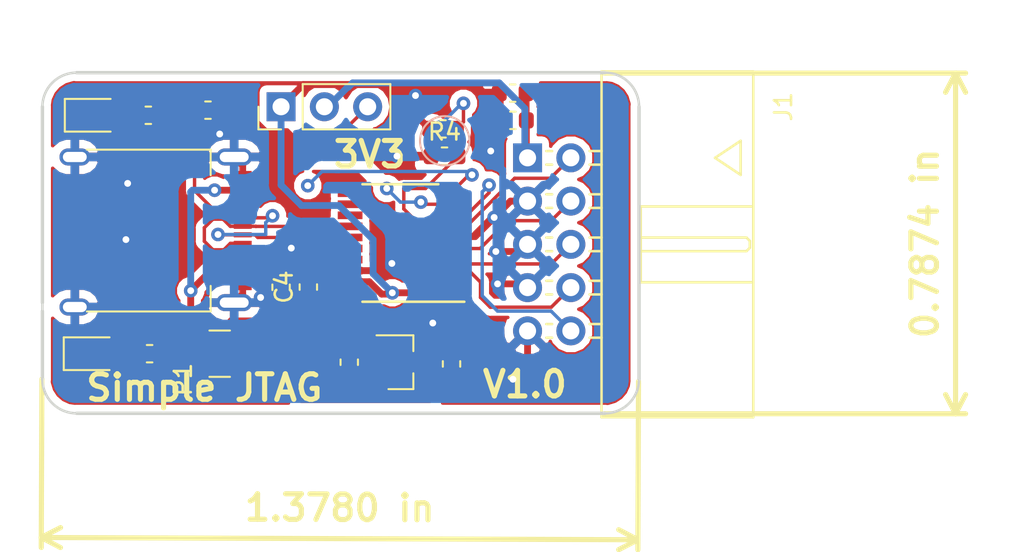
<source format=kicad_pcb>
(kicad_pcb (version 20171130) (host pcbnew "(5.0.0)")

  (general
    (thickness 1.6)
    (drawings 15)
    (tracks 225)
    (zones 0)
    (modules 20)
    (nets 26)
  )

  (page A4)
  (layers
    (0 F.Cu signal)
    (31 B.Cu signal)
    (32 B.Adhes user)
    (33 F.Adhes user hide)
    (34 B.Paste user)
    (35 F.Paste user)
    (36 B.SilkS user)
    (37 F.SilkS user)
    (38 B.Mask user)
    (39 F.Mask user)
    (40 Dwgs.User user)
    (41 Cmts.User user)
    (42 Eco1.User user)
    (43 Eco2.User user)
    (44 Edge.Cuts user)
    (45 Margin user)
    (46 B.CrtYd user hide)
    (47 F.CrtYd user hide)
    (48 B.Fab user hide)
    (49 F.Fab user)
  )

  (setup
    (last_trace_width 0.2)
    (user_trace_width 0.2)
    (trace_clearance 0.2)
    (zone_clearance 0.4)
    (zone_45_only no)
    (trace_min 0.15)
    (segment_width 0.2)
    (edge_width 0.15)
    (via_size 0.8)
    (via_drill 0.4)
    (via_min_size 0.4)
    (via_min_drill 0.3)
    (uvia_size 0.3)
    (uvia_drill 0.1)
    (uvias_allowed no)
    (uvia_min_size 0.2)
    (uvia_min_drill 0.1)
    (pcb_text_width 0.3)
    (pcb_text_size 1.5 1.5)
    (mod_edge_width 0.15)
    (mod_text_size 1 1)
    (mod_text_width 0.15)
    (pad_size 0.3 1.05)
    (pad_drill 0)
    (pad_to_mask_clearance 0.2)
    (aux_axis_origin 0 0)
    (grid_origin 132.969 73.025)
    (visible_elements 7FFFFF7F)
    (pcbplotparams
      (layerselection 0x010fc_ffffffff)
      (usegerberextensions false)
      (usegerberattributes false)
      (usegerberadvancedattributes false)
      (creategerberjobfile false)
      (excludeedgelayer true)
      (linewidth 0.100000)
      (plotframeref false)
      (viasonmask false)
      (mode 1)
      (useauxorigin false)
      (hpglpennumber 1)
      (hpglpenspeed 20)
      (hpglpendiameter 15.000000)
      (psnegative false)
      (psa4output false)
      (plotreference true)
      (plotvalue true)
      (plotinvisibletext false)
      (padsonsilk false)
      (subtractmaskfromsilk false)
      (outputformat 1)
      (mirror false)
      (drillshape 1)
      (scaleselection 1)
      (outputdirectory ""))
  )

  (net 0 "")
  (net 1 VBUS)
  (net 2 GND)
  (net 3 +3V3)
  (net 4 /TVCC)
  (net 5 /RESET)
  (net 6 "Net-(D1-Pad2)")
  (net 7 "Net-(D1-Pad1)")
  (net 8 "Net-(D2-Pad1)")
  (net 9 "Net-(D2-Pad2)")
  (net 10 "Net-(F1-Pad2)")
  (net 11 /J_RESET)
  (net 12 /TDI)
  (net 13 /TDO)
  (net 14 /TCK)
  (net 15 /TMS)
  (net 16 "Net-(P1-PadB8)")
  (net 17 "Net-(P1-PadB5)")
  (net 18 "Net-(P1-PadA8)")
  (net 19 /USBD-)
  (net 20 /USBD+)
  (net 21 "Net-(P1-PadA5)")
  (net 22 "Net-(TP3-Pad1)")
  (net 23 "Net-(TP4-Pad1)")
  (net 24 "Net-(TP5-Pad1)")
  (net 25 "Net-(TP6-Pad1)")

  (net_class Default "This is the default net class."
    (clearance 0.2)
    (trace_width 0.2)
    (via_dia 0.8)
    (via_drill 0.4)
    (uvia_dia 0.3)
    (uvia_drill 0.1)
    (add_net /J_RESET)
    (add_net /RESET)
    (add_net /TCK)
    (add_net /TDI)
    (add_net /TDO)
    (add_net /TMS)
    (add_net /USBD+)
    (add_net /USBD-)
    (add_net "Net-(D1-Pad1)")
    (add_net "Net-(D1-Pad2)")
    (add_net "Net-(D2-Pad1)")
    (add_net "Net-(D2-Pad2)")
    (add_net "Net-(P1-PadA5)")
    (add_net "Net-(P1-PadA8)")
    (add_net "Net-(P1-PadB5)")
    (add_net "Net-(P1-PadB8)")
    (add_net "Net-(TP3-Pad1)")
    (add_net "Net-(TP4-Pad1)")
    (add_net "Net-(TP5-Pad1)")
    (add_net "Net-(TP6-Pad1)")
  )

  (net_class USB ""
    (clearance 0.1)
    (trace_width 0.15)
    (via_dia 0.8)
    (via_drill 0.4)
    (uvia_dia 0.3)
    (uvia_drill 0.1)
  )

  (net_class vbus ""
    (clearance 0.2)
    (trace_width 0.4)
    (via_dia 0.8)
    (via_drill 0.4)
    (uvia_dia 0.3)
    (uvia_drill 0.1)
    (add_net +3V3)
    (add_net /TVCC)
    (add_net GND)
    (add_net "Net-(F1-Pad2)")
    (add_net VBUS)
  )

  (module footprint:usbc_16pos_lugged_allsmt (layer F.Cu) (tedit 5E53FB22) (tstamp 5E79D4AF)
    (at 137.5 62.27 270)
    (descr "USB TYPE C, RA RCPT PCB, SMT, https://www.amphenolcanada.com/StockAvailabilityPrice.aspx?From=&PartNum=12401610E4%7e2A")
    (tags "USB C Type-C Receptacle SMD")
    (path /5E485EAE)
    (attr smd)
    (fp_text reference P1 (at 8.75 -3.75 270) (layer F.SilkS)
      (effects (font (size 1 1) (thickness 0.15)))
    )
    (fp_text value USB_C_Plug (at 0 6.14 270) (layer F.Fab)
      (effects (font (size 1 1) (thickness 0.15)))
    )
    (fp_text user "PCB EDGE" (at 0 3.5 270) (layer F.Fab)
      (effects (font (size 1 1) (thickness 0.15)))
    )
    (fp_line (start -4 4.5) (end 4 4.5) (layer F.Fab) (width 0.15))
    (fp_line (start -4.75 -5.37) (end -3.25 -5.37) (layer F.SilkS) (width 0.12))
    (fp_line (start -4.75 -5.37) (end -4.75 1.89) (layer F.SilkS) (width 0.12))
    (fp_line (start 4.75 -5.37) (end 4.75 1.89) (layer F.SilkS) (width 0.12))
    (fp_line (start 3.25 -5.37) (end 4.75 -5.37) (layer F.SilkS) (width 0.12))
    (fp_text user %R (at -8 -3 270) (layer F.Fab)
      (effects (font (size 1 1) (thickness 0.1)))
    )
    (pad B5 smd rect (at 1.725 -7.25 270) (size 0.3 1.05) (layers F.Cu F.Paste F.Mask)
      (net 17 "Net-(P1-PadB5)"))
    (pad A12 smd rect (at 3.35 -7.25 270) (size 0.3 1.05) (layers F.Cu F.Paste F.Mask)
      (net 2 GND))
    (pad B1 smd rect (at 3.05 -7.25 270) (size 0.3 1.05) (layers F.Cu F.Paste F.Mask)
      (net 2 GND))
    (pad A9 smd rect (at 2.55 -7.25 270) (size 0.3 1.05) (layers F.Cu F.Paste F.Mask)
      (net 10 "Net-(F1-Pad2)"))
    (pad B4 smd rect (at 2.25 -7.25 270) (size 0.3 1.05) (layers F.Cu F.Paste F.Mask)
      (net 10 "Net-(F1-Pad2)"))
    (pad A8 smd rect (at 1.25 -7.25 270) (size 0.3 1.05) (layers F.Cu F.Paste F.Mask)
      (net 18 "Net-(P1-PadA8)"))
    (pad B6 smd rect (at 0.75 -7.25 270) (size 0.3 1.05) (layers F.Cu F.Paste F.Mask)
      (net 20 /USBD+))
    (pad A1 smd rect (at -3.35 -7.25 270) (size 0.3 1.05) (layers F.Cu F.Paste F.Mask)
      (net 2 GND))
    (pad B12 smd rect (at -3.05 -7.25 270) (size 0.3 1.05) (layers F.Cu F.Paste F.Mask)
      (net 2 GND))
    (pad A4 smd rect (at -2.55 -7.25 270) (size 0.3 1.05) (layers F.Cu F.Paste F.Mask)
      (net 10 "Net-(F1-Pad2)"))
    (pad B8 smd rect (at -1.75 -7.25 270) (size 0.3 1.05) (layers F.Cu F.Paste F.Mask)
      (net 16 "Net-(P1-PadB8)"))
    (pad B9 smd rect (at -2.25 -7.25 270) (size 0.3 1.05) (layers F.Cu F.Paste F.Mask)
      (net 10 "Net-(F1-Pad2)"))
    (pad A5 smd rect (at -1.25 -7.25 270) (size 0.3 1.05) (layers F.Cu F.Paste F.Mask)
      (net 21 "Net-(P1-PadA5)"))
    (pad B7 smd rect (at -0.75 -7.25 270) (size 0.3 1.05) (layers F.Cu F.Paste F.Mask)
      (net 19 /USBD-))
    (pad A6 smd rect (at -0.25 -7.25 270) (size 0.3 1.05) (layers F.Cu F.Paste F.Mask)
      (net 20 /USBD+))
    (pad S1 thru_hole oval (at -4.32 2.6 270) (size 1 1.8) (drill oval 0.6 1.4) (layers *.Cu *.Mask)
      (net 2 GND))
    (pad S1 thru_hole oval (at 4.49 2.6 270) (size 1 1.8) (drill oval 0.6 1.4) (layers *.Cu *.Mask)
      (net 2 GND))
    (pad S1 thru_hole oval (at 4.23 -6.75 270) (size 1 2.1) (drill oval 0.6 1.7) (layers *.Cu *.Mask)
      (net 2 GND))
    (pad A7 smd rect (at 0.25 -7.25 270) (size 0.3 1.05) (layers F.Cu F.Paste F.Mask)
      (net 19 /USBD-))
    (pad S1 thru_hole oval (at -4.32 -6.75 270) (size 1 2.1) (drill oval 0.6 1.7) (layers *.Cu *.Mask)
      (net 2 GND))
    (model ${KISYS3DMOD}/Connector_USB.3dshapes/USB_C_Receptacle_Amphenol_12401610E4-2A.wrl
      (at (xyz 0 0 0))
      (scale (xyz 1 1 1))
      (rotate (xyz 0 0 0))
    )
  )

  (module Capacitor_SMD:C_1210_3225Metric (layer F.Cu) (tedit 5E51A9FE) (tstamp 5E789B07)
    (at 143.4 69.5 180)
    (descr "Capacitor SMD 1210 (3225 Metric), square (rectangular) end terminal, IPC_7351 nominal, (Body size source: http://www.tortai-tech.com/upload/download/2011102023233369053.pdf), generated with kicad-footprint-generator")
    (tags capacitor)
    (path /5E486415)
    (attr smd)
    (fp_text reference F1 (at 0 -2.28 180) (layer F.SilkS) hide
      (effects (font (size 1 1) (thickness 0.15)))
    )
    (fp_text value Polyfuse_Small (at 0 2.28 180) (layer F.Fab)
      (effects (font (size 1 1) (thickness 0.15)))
    )
    (fp_line (start -1.6 1.25) (end -1.6 -1.25) (layer F.Fab) (width 0.1))
    (fp_line (start -1.6 -1.25) (end 1.6 -1.25) (layer F.Fab) (width 0.1))
    (fp_line (start 1.6 -1.25) (end 1.6 1.25) (layer F.Fab) (width 0.1))
    (fp_line (start 1.6 1.25) (end -1.6 1.25) (layer F.Fab) (width 0.1))
    (fp_line (start -0.602064 -1.36) (end 0.602064 -1.36) (layer F.SilkS) (width 0.12))
    (fp_line (start -0.602064 1.36) (end 0.602064 1.36) (layer F.SilkS) (width 0.12))
    (fp_line (start -2.28 1.58) (end -2.28 -1.58) (layer F.CrtYd) (width 0.05))
    (fp_line (start -2.28 -1.58) (end 2.28 -1.58) (layer F.CrtYd) (width 0.05))
    (fp_line (start 2.28 -1.58) (end 2.28 1.58) (layer F.CrtYd) (width 0.05))
    (fp_line (start 2.28 1.58) (end -2.28 1.58) (layer F.CrtYd) (width 0.05))
    (fp_text user %R (at 0 0 180) (layer F.Fab)
      (effects (font (size 0.8 0.8) (thickness 0.12)))
    )
    (pad 1 smd roundrect (at -1.4 0 180) (size 1.25 2.65) (layers F.Cu F.Paste F.Mask) (roundrect_rratio 0.2)
      (net 1 VBUS))
    (pad 2 smd roundrect (at 1.4 0 180) (size 1.25 2.65) (layers F.Cu F.Paste F.Mask) (roundrect_rratio 0.2)
      (net 10 "Net-(F1-Pad2)"))
    (model ${KISYS3DMOD}/Capacitor_SMD.3dshapes/C_1210_3225Metric.wrl
      (at (xyz 0 0 0))
      (scale (xyz 1 1 1))
      (rotate (xyz 0 0 0))
    )
  )

  (module Housings_SSOP:TSSOP-20_4.4x6.5mm_Pitch0.65mm (layer F.Cu) (tedit 5E51A9E3) (tstamp 5E78A86C)
    (at 154 63 180)
    (descr "20-Lead Plastic Thin Shrink Small Outline (ST)-4.4 mm Body [TSSOP] (see Microchip Packaging Specification 00000049BS.pdf)")
    (tags "SSOP 0.65")
    (path /5E491604)
    (attr smd)
    (fp_text reference U2 (at 0 -4.3 180) (layer F.SilkS) hide
      (effects (font (size 1 1) (thickness 0.15)))
    )
    (fp_text value CH552T (at 0 4.3 180) (layer F.Fab)
      (effects (font (size 1 1) (thickness 0.15)))
    )
    (fp_text user %R (at 0.074999 0 180) (layer F.Fab)
      (effects (font (size 0.8 0.8) (thickness 0.15)))
    )
    (fp_line (start -3.75 -3.45) (end 2.225 -3.45) (layer F.SilkS) (width 0.15))
    (fp_line (start -2.225 3.45) (end 2.225 3.45) (layer F.SilkS) (width 0.15))
    (fp_line (start -3.95 3.55) (end 3.95 3.55) (layer F.CrtYd) (width 0.05))
    (fp_line (start -3.95 -3.55) (end 3.95 -3.55) (layer F.CrtYd) (width 0.05))
    (fp_line (start 3.95 -3.55) (end 3.95 3.55) (layer F.CrtYd) (width 0.05))
    (fp_line (start -3.95 -3.55) (end -3.95 3.55) (layer F.CrtYd) (width 0.05))
    (fp_line (start -2.2 -2.25) (end -1.2 -3.25) (layer F.Fab) (width 0.15))
    (fp_line (start -2.2 3.25) (end -2.2 -2.25) (layer F.Fab) (width 0.15))
    (fp_line (start 2.2 3.25) (end -2.2 3.25) (layer F.Fab) (width 0.15))
    (fp_line (start 2.2 -3.25) (end 2.2 3.25) (layer F.Fab) (width 0.15))
    (fp_line (start -1.2 -3.25) (end 2.2 -3.25) (layer F.Fab) (width 0.15))
    (pad 20 smd rect (at 2.95 -2.925 180) (size 1.45 0.45) (layers F.Cu F.Paste F.Mask)
      (net 3 +3V3))
    (pad 19 smd rect (at 2.95 -2.275 180) (size 1.45 0.45) (layers F.Cu F.Paste F.Mask)
      (net 1 VBUS))
    (pad 18 smd rect (at 2.95 -1.625 180) (size 1.45 0.45) (layers F.Cu F.Paste F.Mask)
      (net 2 GND))
    (pad 17 smd rect (at 2.95 -0.975 180) (size 1.45 0.45) (layers F.Cu F.Paste F.Mask)
      (net 24 "Net-(TP5-Pad1)"))
    (pad 16 smd rect (at 2.95 -0.325 180) (size 1.45 0.45) (layers F.Cu F.Paste F.Mask)
      (net 25 "Net-(TP6-Pad1)"))
    (pad 15 smd rect (at 2.95 0.325 180) (size 1.45 0.45) (layers F.Cu F.Paste F.Mask)
      (net 19 /USBD-))
    (pad 14 smd rect (at 2.95 0.975 180) (size 1.45 0.45) (layers F.Cu F.Paste F.Mask)
      (net 20 /USBD+))
    (pad 13 smd rect (at 2.95 1.625 180) (size 1.45 0.45) (layers F.Cu F.Paste F.Mask)
      (net 23 "Net-(TP4-Pad1)"))
    (pad 12 smd rect (at 2.95 2.275 180) (size 1.45 0.45) (layers F.Cu F.Paste F.Mask)
      (net 22 "Net-(TP3-Pad1)"))
    (pad 11 smd rect (at 2.95 2.925 180) (size 1.45 0.45) (layers F.Cu F.Paste F.Mask))
    (pad 10 smd rect (at -2.95 2.925 180) (size 1.45 0.45) (layers F.Cu F.Paste F.Mask)
      (net 7 "Net-(D1-Pad1)"))
    (pad 9 smd rect (at -2.95 2.275 180) (size 1.45 0.45) (layers F.Cu F.Paste F.Mask)
      (net 8 "Net-(D2-Pad1)"))
    (pad 8 smd rect (at -2.95 1.625 180) (size 1.45 0.45) (layers F.Cu F.Paste F.Mask)
      (net 11 /J_RESET))
    (pad 7 smd rect (at -2.95 0.975 180) (size 1.45 0.45) (layers F.Cu F.Paste F.Mask)
      (net 15 /TMS))
    (pad 6 smd rect (at -2.95 0.325 180) (size 1.45 0.45) (layers F.Cu F.Paste F.Mask)
      (net 5 /RESET))
    (pad 5 smd rect (at -2.95 -0.325 180) (size 1.45 0.45) (layers F.Cu F.Paste F.Mask)
      (net 14 /TCK))
    (pad 4 smd rect (at -2.95 -0.975 180) (size 1.45 0.45) (layers F.Cu F.Paste F.Mask)
      (net 13 /TDO))
    (pad 3 smd rect (at -2.95 -1.625 180) (size 1.45 0.45) (layers F.Cu F.Paste F.Mask)
      (net 12 /TDI))
    (pad 2 smd rect (at -2.95 -2.275 180) (size 1.45 0.45) (layers F.Cu F.Paste F.Mask)
      (net 14 /TCK))
    (pad 1 smd rect (at -2.95 -2.925 180) (size 1.45 0.45) (layers F.Cu F.Paste F.Mask)
      (net 1 VBUS))
    (model ${KISYS3DMOD}/Housings_SSOP.3dshapes/TSSOP-20_4.4x6.5mm_Pitch0.65mm.wrl
      (at (xyz 0 0 0))
      (scale (xyz 1 1 1))
      (rotate (xyz 0 0 0))
    )
  )

  (module Capacitor_SMD:C_0603_1608Metric (layer F.Cu) (tedit 5E51ADF4) (tstamp 5E789B7C)
    (at 157 70.1 90)
    (descr "Capacitor SMD 0603 (1608 Metric), square (rectangular) end terminal, IPC_7351 nominal, (Body size source: http://www.tortai-tech.com/upload/download/2011102023233369053.pdf), generated with kicad-footprint-generator")
    (tags capacitor)
    (path /5E48724B)
    (attr smd)
    (fp_text reference C1 (at 0 -1.43 90) (layer F.SilkS) hide
      (effects (font (size 1 1) (thickness 0.15)))
    )
    (fp_text value 1uF (at 0 1.43 90) (layer F.Fab)
      (effects (font (size 1 1) (thickness 0.15)))
    )
    (fp_line (start -0.8 0.4) (end -0.8 -0.4) (layer F.Fab) (width 0.1))
    (fp_line (start -0.8 -0.4) (end 0.8 -0.4) (layer F.Fab) (width 0.1))
    (fp_line (start 0.8 -0.4) (end 0.8 0.4) (layer F.Fab) (width 0.1))
    (fp_line (start 0.8 0.4) (end -0.8 0.4) (layer F.Fab) (width 0.1))
    (fp_line (start -0.162779 -0.51) (end 0.162779 -0.51) (layer F.SilkS) (width 0.12))
    (fp_line (start -0.162779 0.51) (end 0.162779 0.51) (layer F.SilkS) (width 0.12))
    (fp_line (start -1.48 0.73) (end -1.48 -0.73) (layer F.CrtYd) (width 0.05))
    (fp_line (start -1.48 -0.73) (end 1.48 -0.73) (layer F.CrtYd) (width 0.05))
    (fp_line (start 1.48 -0.73) (end 1.48 0.73) (layer F.CrtYd) (width 0.05))
    (fp_line (start 1.48 0.73) (end -1.48 0.73) (layer F.CrtYd) (width 0.05))
    (fp_text user %R (at 0 0 90) (layer F.Fab)
      (effects (font (size 0.4 0.4) (thickness 0.06)))
    )
    (pad 1 smd roundrect (at -0.7875 0 90) (size 0.875 0.95) (layers F.Cu F.Paste F.Mask) (roundrect_rratio 0.25)
      (net 1 VBUS))
    (pad 2 smd roundrect (at 0.7875 0 90) (size 0.875 0.95) (layers F.Cu F.Paste F.Mask) (roundrect_rratio 0.25)
      (net 2 GND))
    (model ${KISYS3DMOD}/Capacitor_SMD.3dshapes/C_0603_1608Metric.wrl
      (at (xyz 0 0 0))
      (scale (xyz 1 1 1))
      (rotate (xyz 0 0 0))
    )
  )

  (module Capacitor_SMD:C_0603_1608Metric (layer F.Cu) (tedit 5E51ADEF) (tstamp 5E789990)
    (at 151 70 90)
    (descr "Capacitor SMD 0603 (1608 Metric), square (rectangular) end terminal, IPC_7351 nominal, (Body size source: http://www.tortai-tech.com/upload/download/2011102023233369053.pdf), generated with kicad-footprint-generator")
    (tags capacitor)
    (path /5E4871B9)
    (attr smd)
    (fp_text reference C2 (at 0 -1.43 90) (layer F.SilkS) hide
      (effects (font (size 1 1) (thickness 0.15)))
    )
    (fp_text value 1uF (at 0 1.43 90) (layer F.Fab)
      (effects (font (size 1 1) (thickness 0.15)))
    )
    (fp_text user %R (at 0 0 90) (layer F.Fab)
      (effects (font (size 0.4 0.4) (thickness 0.06)))
    )
    (fp_line (start 1.48 0.73) (end -1.48 0.73) (layer F.CrtYd) (width 0.05))
    (fp_line (start 1.48 -0.73) (end 1.48 0.73) (layer F.CrtYd) (width 0.05))
    (fp_line (start -1.48 -0.73) (end 1.48 -0.73) (layer F.CrtYd) (width 0.05))
    (fp_line (start -1.48 0.73) (end -1.48 -0.73) (layer F.CrtYd) (width 0.05))
    (fp_line (start -0.162779 0.51) (end 0.162779 0.51) (layer F.SilkS) (width 0.12))
    (fp_line (start -0.162779 -0.51) (end 0.162779 -0.51) (layer F.SilkS) (width 0.12))
    (fp_line (start 0.8 0.4) (end -0.8 0.4) (layer F.Fab) (width 0.1))
    (fp_line (start 0.8 -0.4) (end 0.8 0.4) (layer F.Fab) (width 0.1))
    (fp_line (start -0.8 -0.4) (end 0.8 -0.4) (layer F.Fab) (width 0.1))
    (fp_line (start -0.8 0.4) (end -0.8 -0.4) (layer F.Fab) (width 0.1))
    (pad 2 smd roundrect (at 0.7875 0 90) (size 0.875 0.95) (layers F.Cu F.Paste F.Mask) (roundrect_rratio 0.25)
      (net 2 GND))
    (pad 1 smd roundrect (at -0.7875 0 90) (size 0.875 0.95) (layers F.Cu F.Paste F.Mask) (roundrect_rratio 0.25)
      (net 3 +3V3))
    (model ${KISYS3DMOD}/Capacitor_SMD.3dshapes/C_0603_1608Metric.wrl
      (at (xyz 0 0 0))
      (scale (xyz 1 1 1))
      (rotate (xyz 0 0 0))
    )
  )

  (module Capacitor_SMD:C_0603_1608Metric (layer F.Cu) (tedit 5E51ADE9) (tstamp 5E789D68)
    (at 147 65.6 90)
    (descr "Capacitor SMD 0603 (1608 Metric), square (rectangular) end terminal, IPC_7351 nominal, (Body size source: http://www.tortai-tech.com/upload/download/2011102023233369053.pdf), generated with kicad-footprint-generator")
    (tags capacitor)
    (path /5E49E6EB)
    (attr smd)
    (fp_text reference C3 (at 0 -1.43) (layer F.SilkS) hide
      (effects (font (size 1 1) (thickness 0.15)))
    )
    (fp_text value 0.1uF (at 0 1.43 90) (layer F.Fab)
      (effects (font (size 1 1) (thickness 0.15)))
    )
    (fp_line (start -0.8 0.4) (end -0.8 -0.4) (layer F.Fab) (width 0.1))
    (fp_line (start -0.8 -0.4) (end 0.8 -0.4) (layer F.Fab) (width 0.1))
    (fp_line (start 0.8 -0.4) (end 0.8 0.4) (layer F.Fab) (width 0.1))
    (fp_line (start 0.8 0.4) (end -0.8 0.4) (layer F.Fab) (width 0.1))
    (fp_line (start -0.162779 -0.51) (end 0.162779 -0.51) (layer F.SilkS) (width 0.12))
    (fp_line (start -0.162779 0.51) (end 0.162779 0.51) (layer F.SilkS) (width 0.12))
    (fp_line (start -1.48 0.73) (end -1.48 -0.73) (layer F.CrtYd) (width 0.05))
    (fp_line (start -1.48 -0.73) (end 1.48 -0.73) (layer F.CrtYd) (width 0.05))
    (fp_line (start 1.48 -0.73) (end 1.48 0.73) (layer F.CrtYd) (width 0.05))
    (fp_line (start 1.48 0.73) (end -1.48 0.73) (layer F.CrtYd) (width 0.05))
    (fp_text user %R (at 0 0 90) (layer F.Fab)
      (effects (font (size 0.4 0.4) (thickness 0.06)))
    )
    (pad 1 smd roundrect (at -0.7875 0 90) (size 0.875 0.95) (layers F.Cu F.Paste F.Mask) (roundrect_rratio 0.25)
      (net 3 +3V3))
    (pad 2 smd roundrect (at 0.7875 0 90) (size 0.875 0.95) (layers F.Cu F.Paste F.Mask) (roundrect_rratio 0.25)
      (net 2 GND))
    (model ${KISYS3DMOD}/Capacitor_SMD.3dshapes/C_0603_1608Metric.wrl
      (at (xyz 0 0 0))
      (scale (xyz 1 1 1))
      (rotate (xyz 0 0 0))
    )
  )

  (module Capacitor_SMD:C_0603_1608Metric (layer F.Cu) (tedit 5B301BBE) (tstamp 5E789C03)
    (at 148.6 65.5875 90)
    (descr "Capacitor SMD 0603 (1608 Metric), square (rectangular) end terminal, IPC_7351 nominal, (Body size source: http://www.tortai-tech.com/upload/download/2011102023233369053.pdf), generated with kicad-footprint-generator")
    (tags capacitor)
    (path /5E49B2DD)
    (attr smd)
    (fp_text reference C4 (at 0 -1.43 90) (layer F.SilkS)
      (effects (font (size 1 1) (thickness 0.15)))
    )
    (fp_text value 0.1uf (at 0 1.43 90) (layer F.Fab)
      (effects (font (size 1 1) (thickness 0.15)))
    )
    (fp_text user %R (at 0 0 90) (layer F.Fab)
      (effects (font (size 0.4 0.4) (thickness 0.06)))
    )
    (fp_line (start 1.48 0.73) (end -1.48 0.73) (layer F.CrtYd) (width 0.05))
    (fp_line (start 1.48 -0.73) (end 1.48 0.73) (layer F.CrtYd) (width 0.05))
    (fp_line (start -1.48 -0.73) (end 1.48 -0.73) (layer F.CrtYd) (width 0.05))
    (fp_line (start -1.48 0.73) (end -1.48 -0.73) (layer F.CrtYd) (width 0.05))
    (fp_line (start -0.162779 0.51) (end 0.162779 0.51) (layer F.SilkS) (width 0.12))
    (fp_line (start -0.162779 -0.51) (end 0.162779 -0.51) (layer F.SilkS) (width 0.12))
    (fp_line (start 0.8 0.4) (end -0.8 0.4) (layer F.Fab) (width 0.1))
    (fp_line (start 0.8 -0.4) (end 0.8 0.4) (layer F.Fab) (width 0.1))
    (fp_line (start -0.8 -0.4) (end 0.8 -0.4) (layer F.Fab) (width 0.1))
    (fp_line (start -0.8 0.4) (end -0.8 -0.4) (layer F.Fab) (width 0.1))
    (pad 2 smd roundrect (at 0.7875 0 90) (size 0.875 0.95) (layers F.Cu F.Paste F.Mask) (roundrect_rratio 0.25)
      (net 2 GND))
    (pad 1 smd roundrect (at -0.7875 0 90) (size 0.875 0.95) (layers F.Cu F.Paste F.Mask) (roundrect_rratio 0.25)
      (net 1 VBUS))
    (model ${KISYS3DMOD}/Capacitor_SMD.3dshapes/C_0603_1608Metric.wrl
      (at (xyz 0 0 0))
      (scale (xyz 1 1 1))
      (rotate (xyz 0 0 0))
    )
  )

  (module Capacitor_SMD:C_0603_1608Metric (layer F.Cu) (tedit 5E51AA35) (tstamp 5E789C78)
    (at 160.5875 54.2 180)
    (descr "Capacitor SMD 0603 (1608 Metric), square (rectangular) end terminal, IPC_7351 nominal, (Body size source: http://www.tortai-tech.com/upload/download/2011102023233369053.pdf), generated with kicad-footprint-generator")
    (tags capacitor)
    (path /5E5222FA)
    (attr smd)
    (fp_text reference C5 (at 0 -1.43 180) (layer F.SilkS) hide
      (effects (font (size 1 1) (thickness 0.15)))
    )
    (fp_text value 1uF (at 0 1.43 180) (layer F.Fab)
      (effects (font (size 1 1) (thickness 0.15)))
    )
    (fp_line (start -0.8 0.4) (end -0.8 -0.4) (layer F.Fab) (width 0.1))
    (fp_line (start -0.8 -0.4) (end 0.8 -0.4) (layer F.Fab) (width 0.1))
    (fp_line (start 0.8 -0.4) (end 0.8 0.4) (layer F.Fab) (width 0.1))
    (fp_line (start 0.8 0.4) (end -0.8 0.4) (layer F.Fab) (width 0.1))
    (fp_line (start -0.162779 -0.51) (end 0.162779 -0.51) (layer F.SilkS) (width 0.12))
    (fp_line (start -0.162779 0.51) (end 0.162779 0.51) (layer F.SilkS) (width 0.12))
    (fp_line (start -1.48 0.73) (end -1.48 -0.73) (layer F.CrtYd) (width 0.05))
    (fp_line (start -1.48 -0.73) (end 1.48 -0.73) (layer F.CrtYd) (width 0.05))
    (fp_line (start 1.48 -0.73) (end 1.48 0.73) (layer F.CrtYd) (width 0.05))
    (fp_line (start 1.48 0.73) (end -1.48 0.73) (layer F.CrtYd) (width 0.05))
    (fp_text user %R (at 0 0 180) (layer F.Fab)
      (effects (font (size 0.4 0.4) (thickness 0.06)))
    )
    (pad 1 smd roundrect (at -0.7875 0 180) (size 0.875 0.95) (layers F.Cu F.Paste F.Mask) (roundrect_rratio 0.25)
      (net 4 /TVCC))
    (pad 2 smd roundrect (at 0.7875 0 180) (size 0.875 0.95) (layers F.Cu F.Paste F.Mask) (roundrect_rratio 0.25)
      (net 2 GND))
    (model ${KISYS3DMOD}/Capacitor_SMD.3dshapes/C_0603_1608Metric.wrl
      (at (xyz 0 0 0))
      (scale (xyz 1 1 1))
      (rotate (xyz 0 0 0))
    )
  )

  (module Capacitor_SMD:C_0603_1608Metric (layer F.Cu) (tedit 5E51AA2E) (tstamp 5E789C33)
    (at 160.6 55.8 180)
    (descr "Capacitor SMD 0603 (1608 Metric), square (rectangular) end terminal, IPC_7351 nominal, (Body size source: http://www.tortai-tech.com/upload/download/2011102023233369053.pdf), generated with kicad-footprint-generator")
    (tags capacitor)
    (path /5E486004)
    (attr smd)
    (fp_text reference C6 (at 0 -1.43 180) (layer F.SilkS) hide
      (effects (font (size 1 1) (thickness 0.15)))
    )
    (fp_text value 0.1uF (at 0 1.43 180) (layer F.Fab)
      (effects (font (size 1 1) (thickness 0.15)))
    )
    (fp_line (start -0.8 0.4) (end -0.8 -0.4) (layer F.Fab) (width 0.1))
    (fp_line (start -0.8 -0.4) (end 0.8 -0.4) (layer F.Fab) (width 0.1))
    (fp_line (start 0.8 -0.4) (end 0.8 0.4) (layer F.Fab) (width 0.1))
    (fp_line (start 0.8 0.4) (end -0.8 0.4) (layer F.Fab) (width 0.1))
    (fp_line (start -0.162779 -0.51) (end 0.162779 -0.51) (layer F.SilkS) (width 0.12))
    (fp_line (start -0.162779 0.51) (end 0.162779 0.51) (layer F.SilkS) (width 0.12))
    (fp_line (start -1.48 0.73) (end -1.48 -0.73) (layer F.CrtYd) (width 0.05))
    (fp_line (start -1.48 -0.73) (end 1.48 -0.73) (layer F.CrtYd) (width 0.05))
    (fp_line (start 1.48 -0.73) (end 1.48 0.73) (layer F.CrtYd) (width 0.05))
    (fp_line (start 1.48 0.73) (end -1.48 0.73) (layer F.CrtYd) (width 0.05))
    (fp_text user %R (at 0 0 180) (layer F.Fab)
      (effects (font (size 0.4 0.4) (thickness 0.06)))
    )
    (pad 1 smd roundrect (at -0.7875 0 180) (size 0.875 0.95) (layers F.Cu F.Paste F.Mask) (roundrect_rratio 0.25)
      (net 4 /TVCC))
    (pad 2 smd roundrect (at 0.7875 0 180) (size 0.875 0.95) (layers F.Cu F.Paste F.Mask) (roundrect_rratio 0.25)
      (net 2 GND))
    (model ${KISYS3DMOD}/Capacitor_SMD.3dshapes/C_0603_1608Metric.wrl
      (at (xyz 0 0 0))
      (scale (xyz 1 1 1))
      (rotate (xyz 0 0 0))
    )
  )

  (module Capacitor_SMD:C_0603_1608Metric (layer F.Cu) (tedit 5E51AA1E) (tstamp 5E85FE3C)
    (at 156.5 56.3)
    (descr "Capacitor SMD 0603 (1608 Metric), square (rectangular) end terminal, IPC_7351 nominal, (Body size source: http://www.tortai-tech.com/upload/download/2011102023233369053.pdf), generated with kicad-footprint-generator")
    (tags capacitor)
    (path /5E5387FC)
    (attr smd)
    (fp_text reference C7 (at 0 -1.43) (layer F.SilkS) hide
      (effects (font (size 1 1) (thickness 0.15)))
    )
    (fp_text value 1uF (at 0 1.43) (layer F.Fab)
      (effects (font (size 1 1) (thickness 0.15)))
    )
    (fp_text user %R (at 0 0) (layer F.Fab)
      (effects (font (size 0.4 0.4) (thickness 0.06)))
    )
    (fp_line (start 1.48 0.73) (end -1.48 0.73) (layer F.CrtYd) (width 0.05))
    (fp_line (start 1.48 -0.73) (end 1.48 0.73) (layer F.CrtYd) (width 0.05))
    (fp_line (start -1.48 -0.73) (end 1.48 -0.73) (layer F.CrtYd) (width 0.05))
    (fp_line (start -1.48 0.73) (end -1.48 -0.73) (layer F.CrtYd) (width 0.05))
    (fp_line (start -0.162779 0.51) (end 0.162779 0.51) (layer F.SilkS) (width 0.12))
    (fp_line (start -0.162779 -0.51) (end 0.162779 -0.51) (layer F.SilkS) (width 0.12))
    (fp_line (start 0.8 0.4) (end -0.8 0.4) (layer F.Fab) (width 0.1))
    (fp_line (start 0.8 -0.4) (end 0.8 0.4) (layer F.Fab) (width 0.1))
    (fp_line (start -0.8 -0.4) (end 0.8 -0.4) (layer F.Fab) (width 0.1))
    (fp_line (start -0.8 0.4) (end -0.8 -0.4) (layer F.Fab) (width 0.1))
    (pad 2 smd roundrect (at 0.7875 0) (size 0.875 0.95) (layers F.Cu F.Paste F.Mask) (roundrect_rratio 0.25)
      (net 5 /RESET))
    (pad 1 smd roundrect (at -0.7875 0) (size 0.875 0.95) (layers F.Cu F.Paste F.Mask) (roundrect_rratio 0.25)
      (net 1 VBUS))
    (model ${KISYS3DMOD}/Capacitor_SMD.3dshapes/C_0603_1608Metric.wrl
      (at (xyz 0 0 0))
      (scale (xyz 1 1 1))
      (rotate (xyz 0 0 0))
    )
  )

  (module LED_SMD:LED_0805_2012Metric (layer F.Cu) (tedit 5E51ADDF) (tstamp 5E78A717)
    (at 135.9375 69.5)
    (descr "LED SMD 0805 (2012 Metric), square (rectangular) end terminal, IPC_7351 nominal, (Body size source: https://docs.google.com/spreadsheets/d/1BsfQQcO9C6DZCsRaXUlFlo91Tg2WpOkGARC1WS5S8t0/edit?usp=sharing), generated with kicad-footprint-generator")
    (tags diode)
    (path /5E486133)
    (attr smd)
    (fp_text reference D1 (at 0 -1.65) (layer F.SilkS) hide
      (effects (font (size 1 1) (thickness 0.15)))
    )
    (fp_text value LED (at 0 1.65) (layer F.Fab)
      (effects (font (size 1 1) (thickness 0.15)))
    )
    (fp_text user %R (at 0 0) (layer F.Fab)
      (effects (font (size 0.5 0.5) (thickness 0.08)))
    )
    (fp_line (start 1.68 0.95) (end -1.68 0.95) (layer F.CrtYd) (width 0.05))
    (fp_line (start 1.68 -0.95) (end 1.68 0.95) (layer F.CrtYd) (width 0.05))
    (fp_line (start -1.68 -0.95) (end 1.68 -0.95) (layer F.CrtYd) (width 0.05))
    (fp_line (start -1.68 0.95) (end -1.68 -0.95) (layer F.CrtYd) (width 0.05))
    (fp_line (start -1.685 0.96) (end 1 0.96) (layer F.SilkS) (width 0.12))
    (fp_line (start -1.685 -0.96) (end -1.685 0.96) (layer F.SilkS) (width 0.12))
    (fp_line (start 1 -0.96) (end -1.685 -0.96) (layer F.SilkS) (width 0.12))
    (fp_line (start 1 0.6) (end 1 -0.6) (layer F.Fab) (width 0.1))
    (fp_line (start -1 0.6) (end 1 0.6) (layer F.Fab) (width 0.1))
    (fp_line (start -1 -0.3) (end -1 0.6) (layer F.Fab) (width 0.1))
    (fp_line (start -0.7 -0.6) (end -1 -0.3) (layer F.Fab) (width 0.1))
    (fp_line (start 1 -0.6) (end -0.7 -0.6) (layer F.Fab) (width 0.1))
    (pad 2 smd roundrect (at 0.9375 0) (size 0.975 1.4) (layers F.Cu F.Paste F.Mask) (roundrect_rratio 0.25)
      (net 6 "Net-(D1-Pad2)"))
    (pad 1 smd roundrect (at -0.9375 0) (size 0.975 1.4) (layers F.Cu F.Paste F.Mask) (roundrect_rratio 0.25)
      (net 7 "Net-(D1-Pad1)"))
    (model ${KISYS3DMOD}/LED_SMD.3dshapes/LED_0805_2012Metric.wrl
      (at (xyz 0 0 0))
      (scale (xyz 1 1 1))
      (rotate (xyz 0 0 0))
    )
  )

  (module LED_SMD:LED_0805_2012Metric (layer F.Cu) (tedit 5E51ADD9) (tstamp 5E789A73)
    (at 136 55.5)
    (descr "LED SMD 0805 (2012 Metric), square (rectangular) end terminal, IPC_7351 nominal, (Body size source: https://docs.google.com/spreadsheets/d/1BsfQQcO9C6DZCsRaXUlFlo91Tg2WpOkGARC1WS5S8t0/edit?usp=sharing), generated with kicad-footprint-generator")
    (tags diode)
    (path /5E4A1349)
    (attr smd)
    (fp_text reference D2 (at 0 -1.65) (layer F.SilkS) hide
      (effects (font (size 1 1) (thickness 0.15)))
    )
    (fp_text value LED (at 0 1.65) (layer F.Fab)
      (effects (font (size 1 1) (thickness 0.15)))
    )
    (fp_line (start 1 -0.6) (end -0.7 -0.6) (layer F.Fab) (width 0.1))
    (fp_line (start -0.7 -0.6) (end -1 -0.3) (layer F.Fab) (width 0.1))
    (fp_line (start -1 -0.3) (end -1 0.6) (layer F.Fab) (width 0.1))
    (fp_line (start -1 0.6) (end 1 0.6) (layer F.Fab) (width 0.1))
    (fp_line (start 1 0.6) (end 1 -0.6) (layer F.Fab) (width 0.1))
    (fp_line (start 1 -0.96) (end -1.685 -0.96) (layer F.SilkS) (width 0.12))
    (fp_line (start -1.685 -0.96) (end -1.685 0.96) (layer F.SilkS) (width 0.12))
    (fp_line (start -1.685 0.96) (end 1 0.96) (layer F.SilkS) (width 0.12))
    (fp_line (start -1.68 0.95) (end -1.68 -0.95) (layer F.CrtYd) (width 0.05))
    (fp_line (start -1.68 -0.95) (end 1.68 -0.95) (layer F.CrtYd) (width 0.05))
    (fp_line (start 1.68 -0.95) (end 1.68 0.95) (layer F.CrtYd) (width 0.05))
    (fp_line (start 1.68 0.95) (end -1.68 0.95) (layer F.CrtYd) (width 0.05))
    (fp_text user %R (at 0 0) (layer F.Fab)
      (effects (font (size 0.5 0.5) (thickness 0.08)))
    )
    (pad 1 smd roundrect (at -0.9375 0) (size 0.975 1.4) (layers F.Cu F.Paste F.Mask) (roundrect_rratio 0.25)
      (net 8 "Net-(D2-Pad1)"))
    (pad 2 smd roundrect (at 0.9375 0) (size 0.975 1.4) (layers F.Cu F.Paste F.Mask) (roundrect_rratio 0.25)
      (net 9 "Net-(D2-Pad2)"))
    (model ${KISYS3DMOD}/LED_SMD.3dshapes/LED_0805_2012Metric.wrl
      (at (xyz 0 0 0))
      (scale (xyz 1 1 1))
      (rotate (xyz 0 0 0))
    )
  )

  (module Connectors_Multicomp:Multicomp_MC9A22-1034_2x05x2.54mm_Angled (layer F.Cu) (tedit 56C61E6B) (tstamp 5E7899F9)
    (at 161.46 58 270)
    (descr http://www.farnell.com/cad/360651.pdf)
    (tags "connector multicomp MC9A MC9A22")
    (path /5E485D86)
    (fp_text reference J1 (at -3 -15 270) (layer F.SilkS)
      (effects (font (size 1 1) (thickness 0.15)))
    )
    (fp_text value Conn_02x05_Odd_Even (at 5.08 -5.5 270) (layer F.Fab)
      (effects (font (size 1 1) (thickness 0.15)))
    )
    (fp_line (start 10.56 -3.64) (end 10.56 -4.34) (layer F.SilkS) (width 0.15))
    (fp_line (start 9.76 -3.64) (end 9.76 -4.34) (layer F.SilkS) (width 0.15))
    (fp_line (start 10.56 -1.1) (end 10.56 -1.44) (layer F.SilkS) (width 0.15))
    (fp_line (start 9.76 -1.1) (end 9.76 -1.44) (layer F.SilkS) (width 0.15))
    (fp_line (start 8.02 -3.64) (end 8.02 -4.34) (layer F.SilkS) (width 0.15))
    (fp_line (start 7.22 -3.64) (end 7.22 -4.34) (layer F.SilkS) (width 0.15))
    (fp_line (start 8.02 -1.1) (end 8.02 -1.44) (layer F.SilkS) (width 0.15))
    (fp_line (start 7.22 -1.1) (end 7.22 -1.44) (layer F.SilkS) (width 0.15))
    (fp_line (start 5.48 -3.64) (end 5.48 -4.34) (layer F.SilkS) (width 0.15))
    (fp_line (start 4.68 -3.64) (end 4.68 -4.34) (layer F.SilkS) (width 0.15))
    (fp_line (start 5.48 -1.1) (end 5.48 -1.44) (layer F.SilkS) (width 0.15))
    (fp_line (start 4.68 -1.1) (end 4.68 -1.44) (layer F.SilkS) (width 0.15))
    (fp_line (start 2.94 -3.64) (end 2.94 -4.34) (layer F.SilkS) (width 0.15))
    (fp_line (start 2.14 -3.64) (end 2.14 -4.34) (layer F.SilkS) (width 0.15))
    (fp_line (start 2.94 -1.1) (end 2.94 -1.44) (layer F.SilkS) (width 0.15))
    (fp_line (start 2.14 -1.1) (end 2.14 -1.44) (layer F.SilkS) (width 0.15))
    (fp_line (start 0.4 -3.64) (end 0.4 -4.34) (layer F.SilkS) (width 0.15))
    (fp_line (start -0.4 -3.64) (end -0.4 -4.34) (layer F.SilkS) (width 0.15))
    (fp_line (start 0.4 -1.1) (end 0.4 -1.44) (layer F.SilkS) (width 0.15))
    (fp_line (start -0.4 -1.1) (end -0.4 -1.44) (layer F.SilkS) (width 0.15))
    (fp_line (start 15.75 1.35) (end -5.55 1.35) (layer F.CrtYd) (width 0.05))
    (fp_line (start 15.75 -13.75) (end 15.75 1.35) (layer F.CrtYd) (width 0.05))
    (fp_line (start -5.55 -13.75) (end 15.75 -13.75) (layer F.CrtYd) (width 0.05))
    (fp_line (start -5.55 1.35) (end -5.55 -13.75) (layer F.CrtYd) (width 0.05))
    (fp_line (start 0 -11) (end -1 -12.5) (layer F.SilkS) (width 0.15))
    (fp_line (start 1 -12.5) (end 0 -11) (layer F.SilkS) (width 0.15))
    (fp_line (start -1 -12.5) (end 1 -12.5) (layer F.SilkS) (width 0.15))
    (fp_line (start 5.48 -12.84) (end 5.48 -6.64) (layer F.SilkS) (width 0.15))
    (fp_line (start 5.28 -13.04) (end 5.48 -12.84) (layer F.SilkS) (width 0.15))
    (fp_line (start 4.88 -13.04) (end 5.28 -13.04) (layer F.SilkS) (width 0.15))
    (fp_line (start 4.68 -12.84) (end 4.88 -13.04) (layer F.SilkS) (width 0.15))
    (fp_line (start 4.68 -6.64) (end 4.68 -12.84) (layer F.SilkS) (width 0.15))
    (fp_line (start 7.305 -6.64) (end 7.305 -13.24) (layer F.SilkS) (width 0.15))
    (fp_line (start 2.855 -6.64) (end 7.305 -6.64) (layer F.SilkS) (width 0.15))
    (fp_line (start 2.855 -13.24) (end 2.855 -6.64) (layer F.SilkS) (width 0.15))
    (fp_line (start 15.23 -4.34) (end -5.07 -4.34) (layer F.SilkS) (width 0.15))
    (fp_line (start 15.23 -13.24) (end 15.23 -4.34) (layer F.SilkS) (width 0.15))
    (fp_line (start -5.07 -13.24) (end 15.23 -13.24) (layer F.SilkS) (width 0.15))
    (fp_line (start -5.07 -4.34) (end -5.07 -13.24) (layer F.SilkS) (width 0.15))
    (pad 10 thru_hole circle (at 10.16 -2.54 270) (size 1.7 1.7) (drill 1) (layers *.Cu *.Mask)
      (net 11 /J_RESET))
    (pad 9 thru_hole circle (at 10.16 0 270) (size 1.7 1.7) (drill 1) (layers *.Cu *.Mask)
      (net 2 GND))
    (pad 8 thru_hole circle (at 7.62 -2.54 270) (size 1.7 1.7) (drill 1) (layers *.Cu *.Mask)
      (net 12 /TDI))
    (pad 7 thru_hole circle (at 7.62 0 270) (size 1.7 1.7) (drill 1) (layers *.Cu *.Mask)
      (net 2 GND))
    (pad 6 thru_hole circle (at 5.08 -2.54 270) (size 1.7 1.7) (drill 1) (layers *.Cu *.Mask)
      (net 13 /TDO))
    (pad 5 thru_hole circle (at 5.08 0 270) (size 1.7 1.7) (drill 1) (layers *.Cu *.Mask)
      (net 2 GND))
    (pad 4 thru_hole circle (at 2.54 -2.54 270) (size 1.7 1.7) (drill 1) (layers *.Cu *.Mask)
      (net 14 /TCK))
    (pad 3 thru_hole circle (at 2.54 0 270) (size 1.7 1.7) (drill 1) (layers *.Cu *.Mask)
      (net 2 GND))
    (pad 2 thru_hole circle (at 0 -2.54 270) (size 1.7 1.7) (drill 1) (layers *.Cu *.Mask)
      (net 15 /TMS))
    (pad 1 thru_hole rect (at 0 0 270) (size 1.7 1.7) (drill 1) (layers *.Cu *.Mask)
      (net 4 /TVCC))
  )

  (module Connector_PinHeader_2.54mm:PinHeader_1x03_P2.54mm_Vertical (layer F.Cu) (tedit 5E51AA16) (tstamp 5E789BB2)
    (at 147 55 90)
    (descr "Through hole straight pin header, 1x03, 2.54mm pitch, single row")
    (tags "Through hole pin header THT 1x03 2.54mm single row")
    (path /5E485F7C)
    (fp_text reference JP1 (at 0 -2.33 90) (layer F.SilkS) hide
      (effects (font (size 1 1) (thickness 0.15)))
    )
    (fp_text value Jumper_NC_Dual (at 0 7.41 90) (layer F.Fab)
      (effects (font (size 1 1) (thickness 0.15)))
    )
    (fp_line (start -0.635 -1.27) (end 1.27 -1.27) (layer F.Fab) (width 0.1))
    (fp_line (start 1.27 -1.27) (end 1.27 6.35) (layer F.Fab) (width 0.1))
    (fp_line (start 1.27 6.35) (end -1.27 6.35) (layer F.Fab) (width 0.1))
    (fp_line (start -1.27 6.35) (end -1.27 -0.635) (layer F.Fab) (width 0.1))
    (fp_line (start -1.27 -0.635) (end -0.635 -1.27) (layer F.Fab) (width 0.1))
    (fp_line (start -1.33 6.41) (end 1.33 6.41) (layer F.SilkS) (width 0.12))
    (fp_line (start -1.33 1.27) (end -1.33 6.41) (layer F.SilkS) (width 0.12))
    (fp_line (start 1.33 1.27) (end 1.33 6.41) (layer F.SilkS) (width 0.12))
    (fp_line (start -1.33 1.27) (end 1.33 1.27) (layer F.SilkS) (width 0.12))
    (fp_line (start -1.33 0) (end -1.33 -1.33) (layer F.SilkS) (width 0.12))
    (fp_line (start -1.33 -1.33) (end 0 -1.33) (layer F.SilkS) (width 0.12))
    (fp_line (start -1.8 -1.8) (end -1.8 6.85) (layer F.CrtYd) (width 0.05))
    (fp_line (start -1.8 6.85) (end 1.8 6.85) (layer F.CrtYd) (width 0.05))
    (fp_line (start 1.8 6.85) (end 1.8 -1.8) (layer F.CrtYd) (width 0.05))
    (fp_line (start 1.8 -1.8) (end -1.8 -1.8) (layer F.CrtYd) (width 0.05))
    (fp_text user %R (at 0 2.54 180) (layer F.Fab)
      (effects (font (size 1 1) (thickness 0.15)))
    )
    (pad 1 thru_hole rect (at 0 0 90) (size 1.7 1.7) (drill 1) (layers *.Cu *.Mask)
      (net 1 VBUS))
    (pad 2 thru_hole oval (at 0 2.54 90) (size 1.7 1.7) (drill 1) (layers *.Cu *.Mask)
      (net 4 /TVCC))
    (pad 3 thru_hole oval (at 0 5.08 90) (size 1.7 1.7) (drill 1) (layers *.Cu *.Mask)
      (net 3 +3V3))
    (model ${KISYS3DMOD}/Connector_PinHeader_2.54mm.3dshapes/PinHeader_1x03_P2.54mm_Vertical.wrl
      (at (xyz 0 0 0))
      (scale (xyz 1 1 1))
      (rotate (xyz 0 0 0))
    )
  )

  (module Resistor_SMD:R_0603_1608Metric (layer F.Cu) (tedit 5E51A9F8) (tstamp 5E789B4C)
    (at 142.7125 55.2 180)
    (descr "Resistor SMD 0603 (1608 Metric), square (rectangular) end terminal, IPC_7351 nominal, (Body size source: http://www.tortai-tech.com/upload/download/2011102023233369053.pdf), generated with kicad-footprint-generator")
    (tags resistor)
    (path /5E531278)
    (attr smd)
    (fp_text reference R1 (at 0 -1.43 180) (layer F.SilkS) hide
      (effects (font (size 1 1) (thickness 0.15)))
    )
    (fp_text value 56K (at 0 1.43 180) (layer F.Fab)
      (effects (font (size 1 1) (thickness 0.15)))
    )
    (fp_line (start -0.8 0.4) (end -0.8 -0.4) (layer F.Fab) (width 0.1))
    (fp_line (start -0.8 -0.4) (end 0.8 -0.4) (layer F.Fab) (width 0.1))
    (fp_line (start 0.8 -0.4) (end 0.8 0.4) (layer F.Fab) (width 0.1))
    (fp_line (start 0.8 0.4) (end -0.8 0.4) (layer F.Fab) (width 0.1))
    (fp_line (start -0.162779 -0.51) (end 0.162779 -0.51) (layer F.SilkS) (width 0.12))
    (fp_line (start -0.162779 0.51) (end 0.162779 0.51) (layer F.SilkS) (width 0.12))
    (fp_line (start -1.48 0.73) (end -1.48 -0.73) (layer F.CrtYd) (width 0.05))
    (fp_line (start -1.48 -0.73) (end 1.48 -0.73) (layer F.CrtYd) (width 0.05))
    (fp_line (start 1.48 -0.73) (end 1.48 0.73) (layer F.CrtYd) (width 0.05))
    (fp_line (start 1.48 0.73) (end -1.48 0.73) (layer F.CrtYd) (width 0.05))
    (fp_text user %R (at 0 0 180) (layer F.Fab)
      (effects (font (size 0.4 0.4) (thickness 0.06)))
    )
    (pad 1 smd roundrect (at -0.7875 0 180) (size 0.875 0.95) (layers F.Cu F.Paste F.Mask) (roundrect_rratio 0.25)
      (net 2 GND))
    (pad 2 smd roundrect (at 0.7875 0 180) (size 0.875 0.95) (layers F.Cu F.Paste F.Mask) (roundrect_rratio 0.25)
      (net 21 "Net-(P1-PadA5)"))
    (model ${KISYS3DMOD}/Resistor_SMD.3dshapes/R_0603_1608Metric.wrl
      (at (xyz 0 0 0))
      (scale (xyz 1 1 1))
      (rotate (xyz 0 0 0))
    )
  )

  (module Resistor_SMD:R_0603_1608Metric (layer F.Cu) (tedit 5E51ADE4) (tstamp 5E789AD7)
    (at 139.2875 69.5 180)
    (descr "Resistor SMD 0603 (1608 Metric), square (rectangular) end terminal, IPC_7351 nominal, (Body size source: http://www.tortai-tech.com/upload/download/2011102023233369053.pdf), generated with kicad-footprint-generator")
    (tags resistor)
    (path /5E4A5091)
    (attr smd)
    (fp_text reference R2 (at 0 -1.43 180) (layer F.SilkS) hide
      (effects (font (size 1 1) (thickness 0.15)))
    )
    (fp_text value 330R (at 0 1.43 180) (layer F.Fab)
      (effects (font (size 1 1) (thickness 0.15)))
    )
    (fp_text user %R (at 0 0 180) (layer F.Fab)
      (effects (font (size 0.4 0.4) (thickness 0.06)))
    )
    (fp_line (start 1.48 0.73) (end -1.48 0.73) (layer F.CrtYd) (width 0.05))
    (fp_line (start 1.48 -0.73) (end 1.48 0.73) (layer F.CrtYd) (width 0.05))
    (fp_line (start -1.48 -0.73) (end 1.48 -0.73) (layer F.CrtYd) (width 0.05))
    (fp_line (start -1.48 0.73) (end -1.48 -0.73) (layer F.CrtYd) (width 0.05))
    (fp_line (start -0.162779 0.51) (end 0.162779 0.51) (layer F.SilkS) (width 0.12))
    (fp_line (start -0.162779 -0.51) (end 0.162779 -0.51) (layer F.SilkS) (width 0.12))
    (fp_line (start 0.8 0.4) (end -0.8 0.4) (layer F.Fab) (width 0.1))
    (fp_line (start 0.8 -0.4) (end 0.8 0.4) (layer F.Fab) (width 0.1))
    (fp_line (start -0.8 -0.4) (end 0.8 -0.4) (layer F.Fab) (width 0.1))
    (fp_line (start -0.8 0.4) (end -0.8 -0.4) (layer F.Fab) (width 0.1))
    (pad 2 smd roundrect (at 0.7875 0 180) (size 0.875 0.95) (layers F.Cu F.Paste F.Mask) (roundrect_rratio 0.25)
      (net 6 "Net-(D1-Pad2)"))
    (pad 1 smd roundrect (at -0.7875 0 180) (size 0.875 0.95) (layers F.Cu F.Paste F.Mask) (roundrect_rratio 0.25)
      (net 3 +3V3))
    (model ${KISYS3DMOD}/Resistor_SMD.3dshapes/R_0603_1608Metric.wrl
      (at (xyz 0 0 0))
      (scale (xyz 1 1 1))
      (rotate (xyz 0 0 0))
    )
  )

  (module Resistor_SMD:R_0603_1608Metric (layer F.Cu) (tedit 5E51ADFA) (tstamp 5E7898D0)
    (at 139.2125 55.5 180)
    (descr "Resistor SMD 0603 (1608 Metric), square (rectangular) end terminal, IPC_7351 nominal, (Body size source: http://www.tortai-tech.com/upload/download/2011102023233369053.pdf), generated with kicad-footprint-generator")
    (tags resistor)
    (path /5E4A5125)
    (attr smd)
    (fp_text reference R3 (at 0 -1.43 180) (layer F.SilkS) hide
      (effects (font (size 1 1) (thickness 0.15)))
    )
    (fp_text value 330R (at 0 1.43 180) (layer F.Fab)
      (effects (font (size 1 1) (thickness 0.15)))
    )
    (fp_line (start -0.8 0.4) (end -0.8 -0.4) (layer F.Fab) (width 0.1))
    (fp_line (start -0.8 -0.4) (end 0.8 -0.4) (layer F.Fab) (width 0.1))
    (fp_line (start 0.8 -0.4) (end 0.8 0.4) (layer F.Fab) (width 0.1))
    (fp_line (start 0.8 0.4) (end -0.8 0.4) (layer F.Fab) (width 0.1))
    (fp_line (start -0.162779 -0.51) (end 0.162779 -0.51) (layer F.SilkS) (width 0.12))
    (fp_line (start -0.162779 0.51) (end 0.162779 0.51) (layer F.SilkS) (width 0.12))
    (fp_line (start -1.48 0.73) (end -1.48 -0.73) (layer F.CrtYd) (width 0.05))
    (fp_line (start -1.48 -0.73) (end 1.48 -0.73) (layer F.CrtYd) (width 0.05))
    (fp_line (start 1.48 -0.73) (end 1.48 0.73) (layer F.CrtYd) (width 0.05))
    (fp_line (start 1.48 0.73) (end -1.48 0.73) (layer F.CrtYd) (width 0.05))
    (fp_text user %R (at 0 0 180) (layer F.Fab)
      (effects (font (size 0.4 0.4) (thickness 0.06)))
    )
    (pad 1 smd roundrect (at -0.7875 0 180) (size 0.875 0.95) (layers F.Cu F.Paste F.Mask) (roundrect_rratio 0.25)
      (net 3 +3V3))
    (pad 2 smd roundrect (at 0.7875 0 180) (size 0.875 0.95) (layers F.Cu F.Paste F.Mask) (roundrect_rratio 0.25)
      (net 9 "Net-(D2-Pad2)"))
    (model ${KISYS3DMOD}/Resistor_SMD.3dshapes/R_0603_1608Metric.wrl
      (at (xyz 0 0 0))
      (scale (xyz 1 1 1))
      (rotate (xyz 0 0 0))
    )
  )

  (module Resistor_SMD:R_0603_1608Metric (layer F.Cu) (tedit 5B301BBD) (tstamp 5E789CD2)
    (at 156.5875 57.9)
    (descr "Resistor SMD 0603 (1608 Metric), square (rectangular) end terminal, IPC_7351 nominal, (Body size source: http://www.tortai-tech.com/upload/download/2011102023233369053.pdf), generated with kicad-footprint-generator")
    (tags resistor)
    (path /5E53896B)
    (attr smd)
    (fp_text reference R4 (at 0 -1.43) (layer F.SilkS)
      (effects (font (size 1 1) (thickness 0.15)))
    )
    (fp_text value R_Small (at 0 1.43) (layer F.Fab)
      (effects (font (size 1 1) (thickness 0.15)))
    )
    (fp_text user %R (at 0 0) (layer F.Fab)
      (effects (font (size 0.4 0.4) (thickness 0.06)))
    )
    (fp_line (start 1.48 0.73) (end -1.48 0.73) (layer F.CrtYd) (width 0.05))
    (fp_line (start 1.48 -0.73) (end 1.48 0.73) (layer F.CrtYd) (width 0.05))
    (fp_line (start -1.48 -0.73) (end 1.48 -0.73) (layer F.CrtYd) (width 0.05))
    (fp_line (start -1.48 0.73) (end -1.48 -0.73) (layer F.CrtYd) (width 0.05))
    (fp_line (start -0.162779 0.51) (end 0.162779 0.51) (layer F.SilkS) (width 0.12))
    (fp_line (start -0.162779 -0.51) (end 0.162779 -0.51) (layer F.SilkS) (width 0.12))
    (fp_line (start 0.8 0.4) (end -0.8 0.4) (layer F.Fab) (width 0.1))
    (fp_line (start 0.8 -0.4) (end 0.8 0.4) (layer F.Fab) (width 0.1))
    (fp_line (start -0.8 -0.4) (end 0.8 -0.4) (layer F.Fab) (width 0.1))
    (fp_line (start -0.8 0.4) (end -0.8 -0.4) (layer F.Fab) (width 0.1))
    (pad 2 smd roundrect (at 0.7875 0) (size 0.875 0.95) (layers F.Cu F.Paste F.Mask) (roundrect_rratio 0.25)
      (net 5 /RESET))
    (pad 1 smd roundrect (at -0.7875 0) (size 0.875 0.95) (layers F.Cu F.Paste F.Mask) (roundrect_rratio 0.25)
      (net 2 GND))
    (model ${KISYS3DMOD}/Resistor_SMD.3dshapes/R_0603_1608Metric.wrl
      (at (xyz 0 0 0))
      (scale (xyz 1 1 1))
      (rotate (xyz 0 0 0))
    )
  )

  (module TestPoint:TestPoint_Pad_D2.5mm (layer B.Cu) (tedit 5E51AA27) (tstamp 5E860A92)
    (at 156.6 57)
    (descr "SMD pad as test Point, diameter 2.5mm")
    (tags "test point SMD pad")
    (path /5E545C44)
    (attr virtual)
    (fp_text reference TP1 (at 0 2.148) (layer B.SilkS) hide
      (effects (font (size 1 1) (thickness 0.15)) (justify mirror))
    )
    (fp_text value RESET (at 0 -2.25) (layer B.Fab)
      (effects (font (size 1 1) (thickness 0.15)) (justify mirror))
    )
    (fp_text user %R (at 0 2.15) (layer B.Fab)
      (effects (font (size 1 1) (thickness 0.15)) (justify mirror))
    )
    (fp_circle (center 0 0) (end 1.75 0) (layer B.CrtYd) (width 0.05))
    (fp_circle (center 0 0) (end 0 -1.45) (layer B.SilkS) (width 0.12))
    (pad 1 smd circle (at 0 0) (size 2.5 2.5) (layers B.Cu B.Mask)
      (net 5 /RESET))
  )

  (module TO_SOT_Packages_SMD:SOT-23 (layer F.Cu) (tedit 5E51A9EA) (tstamp 5E78A8EF)
    (at 154 70)
    (descr "SOT-23, Standard")
    (tags SOT-23)
    (path /5E4862DE)
    (attr smd)
    (fp_text reference U1 (at 0 -2.5) (layer F.SilkS) hide
      (effects (font (size 1 1) (thickness 0.15)))
    )
    (fp_text value AP7333-33SRG-7 (at 0 2.5) (layer F.Fab)
      (effects (font (size 1 1) (thickness 0.15)))
    )
    (fp_line (start 0.76 1.58) (end -0.7 1.58) (layer F.SilkS) (width 0.12))
    (fp_line (start 0.76 -1.58) (end -1.4 -1.58) (layer F.SilkS) (width 0.12))
    (fp_line (start -1.7 1.75) (end -1.7 -1.75) (layer F.CrtYd) (width 0.05))
    (fp_line (start 1.7 1.75) (end -1.7 1.75) (layer F.CrtYd) (width 0.05))
    (fp_line (start 1.7 -1.75) (end 1.7 1.75) (layer F.CrtYd) (width 0.05))
    (fp_line (start -1.7 -1.75) (end 1.7 -1.75) (layer F.CrtYd) (width 0.05))
    (fp_line (start 0.76 -1.58) (end 0.76 -0.65) (layer F.SilkS) (width 0.12))
    (fp_line (start 0.76 1.58) (end 0.76 0.65) (layer F.SilkS) (width 0.12))
    (fp_line (start -0.7 1.52) (end 0.7 1.52) (layer F.Fab) (width 0.1))
    (fp_line (start 0.7 -1.52) (end 0.7 1.52) (layer F.Fab) (width 0.1))
    (fp_line (start -0.7 -0.95) (end -0.15 -1.52) (layer F.Fab) (width 0.1))
    (fp_line (start -0.15 -1.52) (end 0.7 -1.52) (layer F.Fab) (width 0.1))
    (fp_line (start -0.7 -0.95) (end -0.7 1.5) (layer F.Fab) (width 0.1))
    (fp_text user %R (at 0 0 90) (layer F.Fab)
      (effects (font (size 0.5 0.5) (thickness 0.075)))
    )
    (pad 3 smd rect (at 1 0) (size 0.9 0.8) (layers F.Cu F.Paste F.Mask)
      (net 1 VBUS))
    (pad 2 smd rect (at -1 0.95) (size 0.9 0.8) (layers F.Cu F.Paste F.Mask)
      (net 3 +3V3))
    (pad 1 smd rect (at -1 -0.95) (size 0.9 0.8) (layers F.Cu F.Paste F.Mask)
      (net 2 GND))
    (model ${KISYS3DMOD}/TO_SOT_Packages_SMD.3dshapes/SOT-23.wrl
      (at (xyz 0 0 0))
      (scale (xyz 1 1 1))
      (rotate (xyz 0 0 0))
    )
  )

  (dimension 20 (width 0.3) (layer F.SilkS)
    (gr_text "20.000 mm" (at 188.669 63.025 270) (layer F.SilkS)
      (effects (font (size 1.5 1.5) (thickness 0.3)))
    )
    (feature1 (pts (xy 165.969 73.025) (xy 187.155421 73.025)))
    (feature2 (pts (xy 165.969 53.025) (xy 187.155421 53.025)))
    (crossbar (pts (xy 186.569 53.025) (xy 186.569 73.025)))
    (arrow1a (pts (xy 186.569 73.025) (xy 185.982579 71.898496)))
    (arrow1b (pts (xy 186.569 73.025) (xy 187.155421 71.898496)))
    (arrow2a (pts (xy 186.569 53.025) (xy 185.982579 54.151504)))
    (arrow2b (pts (xy 186.569 53.025) (xy 187.155421 54.151504)))
  )
  (dimension 35.000249 (width 0.3) (layer F.SilkS)
    (gr_text "35.000 mm" (at 150.426008 82.458475 359.7839141) (layer F.SilkS)
      (effects (font (size 1.5 1.5) (thickness 0.3)))
    )
    (feature1 (pts (xy 167.969 71.125) (xy 167.931716 81.010906)))
    (feature2 (pts (xy 132.969 70.993) (xy 132.931716 80.878906)))
    (crossbar (pts (xy 132.933928 80.29249) (xy 167.933928 80.42449)))
    (arrow1a (pts (xy 167.933928 80.42449) (xy 166.805221 81.006658)))
    (arrow1b (pts (xy 167.933928 80.42449) (xy 166.809644 79.833825)))
    (arrow2a (pts (xy 132.933928 80.29249) (xy 134.058212 80.883155)))
    (arrow2b (pts (xy 132.933928 80.29249) (xy 134.062635 79.710322)))
  )
  (gr_text 3V3 (at 152.2 57.8) (layer F.SilkS)
    (effects (font (size 1.5 1.5) (thickness 0.3)))
  )
  (gr_text "V1.0\n" (at 161.3 71.3) (layer F.SilkS)
    (effects (font (size 1.5 1.5) (thickness 0.3)))
  )
  (gr_text "Simple JTAG" (at 142.5 71.5) (layer F.SilkS)
    (effects (font (size 1.5 1.5) (thickness 0.3)))
  )
  (gr_arc (start 166 55) (end 168 55) (angle -90) (layer Edge.Cuts) (width 0.15))
  (gr_arc (start 166 71) (end 166 73) (angle -90) (layer Edge.Cuts) (width 0.15))
  (gr_arc (start 135 71) (end 133 71) (angle -90) (layer Edge.Cuts) (width 0.15))
  (gr_arc (start 135 55) (end 135 53) (angle -90) (layer Edge.Cuts) (width 0.15))
  (gr_line (start 133 66.5) (end 133 67) (layer Edge.Cuts) (width 0.15))
  (gr_line (start 133 55) (end 133 66.5) (layer Edge.Cuts) (width 0.2))
  (gr_line (start 133 71) (end 133 67) (layer Edge.Cuts) (width 0.2))
  (gr_line (start 166 73) (end 135 73) (layer Edge.Cuts) (width 0.2) (tstamp 5E78A954))
  (gr_line (start 168 55) (end 168 71) (layer Edge.Cuts) (width 0.2))
  (gr_line (start 135 53) (end 166 53) (layer Edge.Cuts) (width 0.2))

  (segment (start 151.025 65.3) (end 151.05 65.275) (width 0.2) (layer F.Cu) (net 1))
  (segment (start 157 65.975) (end 156.95 65.925) (width 0.4) (layer F.Cu) (net 1))
  (segment (start 156.95 65.925) (end 153.525 65.925) (width 0.4) (layer F.Cu) (net 1))
  (via (at 153.525 65.925) (size 0.8) (drill 0.4) (layers F.Cu B.Cu) (net 1))
  (segment (start 148.725 66.375) (end 148.6 66.375) (width 0.4) (layer F.Cu) (net 1))
  (segment (start 151.05 65.275) (end 149.825 65.275) (width 0.4) (layer F.Cu) (net 1))
  (segment (start 149.825 65.275) (end 148.725 66.375) (width 0.4) (layer F.Cu) (net 1))
  (segment (start 152.175 65.275) (end 151.05 65.275) (width 0.4) (layer F.Cu) (net 1))
  (segment (start 152.9 66) (end 152.175 65.275) (width 0.4) (layer F.Cu) (net 1))
  (segment (start 153.525 65.925) (end 153.45 66) (width 0.4) (layer F.Cu) (net 1))
  (segment (start 153.45 66) (end 152.9 66) (width 0.4) (layer F.Cu) (net 1))
  (segment (start 156.95 65.925) (end 156.95 66.95) (width 0.4) (layer F.Cu) (net 1))
  (segment (start 156.95 66.95) (end 158.4 68.4) (width 0.4) (layer F.Cu) (net 1))
  (segment (start 158.4 68.4) (end 158.4 70.7) (width 0.4) (layer F.Cu) (net 1))
  (segment (start 158.2125 70.8875) (end 157 70.8875) (width 0.4) (layer F.Cu) (net 1))
  (segment (start 158.4 70.7) (end 158.2125 70.8875) (width 0.4) (layer F.Cu) (net 1))
  (segment (start 155.8875 70.8875) (end 155 70) (width 0.4) (layer F.Cu) (net 1))
  (segment (start 157 70.8875) (end 155.8875 70.8875) (width 0.4) (layer F.Cu) (net 1))
  (segment (start 145.525 69.5) (end 148.225 72.2) (width 0.4) (layer F.Cu) (net 1))
  (segment (start 144.8 69.5) (end 145.525 69.5) (width 0.4) (layer F.Cu) (net 1))
  (segment (start 155.6875 72.2) (end 157 70.8875) (width 0.4) (layer F.Cu) (net 1))
  (segment (start 148.225 72.2) (end 155.6875 72.2) (width 0.4) (layer F.Cu) (net 1))
  (segment (start 152.4 64.8) (end 153.525 65.925) (width 0.4) (layer B.Cu) (net 1))
  (segment (start 152.4 62.8) (end 152.4 64.8) (width 0.4) (layer B.Cu) (net 1))
  (segment (start 150.4 60.8) (end 152.4 62.8) (width 0.4) (layer B.Cu) (net 1))
  (segment (start 148.2 60.8) (end 150.4 60.8) (width 0.4) (layer B.Cu) (net 1))
  (segment (start 147 55) (end 147 59.6) (width 0.4) (layer B.Cu) (net 1))
  (segment (start 147 59.6) (end 148.2 60.8) (width 0.4) (layer B.Cu) (net 1))
  (segment (start 153.1125 53.7) (end 155.7125 56.3) (width 0.4) (layer F.Cu) (net 1))
  (segment (start 148.3 53.7) (end 153.1125 53.7) (width 0.4) (layer F.Cu) (net 1))
  (segment (start 147 55) (end 148.3 53.7) (width 0.4) (layer F.Cu) (net 1))
  (via (at 138 59.5) (size 0.8) (drill 0.4) (layers F.Cu B.Cu) (net 2))
  (via (at 153.5 64.2) (size 0.8) (drill 0.4) (layers F.Cu B.Cu) (net 2) (tstamp 5E51A6E6))
  (via (at 147.6 63.3) (size 0.8) (drill 0.4) (layers F.Cu B.Cu) (net 2) (tstamp 5E51A6E8))
  (via (at 145.8 66.2) (size 0.8) (drill 0.4) (layers F.Cu B.Cu) (net 2) (tstamp 5E51A6EA))
  (via (at 143.4 56.6) (size 0.8) (drill 0.4) (layers F.Cu B.Cu) (net 2) (tstamp 5E51A6EC))
  (via (at 160.6 71) (size 0.8) (drill 0.4) (layers F.Cu B.Cu) (net 2) (tstamp 5E51A6EE))
  (via (at 153.8 57.9) (size 0.8) (drill 0.4) (layers F.Cu B.Cu) (net 2) (tstamp 5E51AABF))
  (segment (start 148.775 64.625) (end 148.6 64.8) (width 0.4) (layer F.Cu) (net 2))
  (segment (start 151.05 64.625) (end 148.775 64.625) (width 0.4) (layer F.Cu) (net 2))
  (segment (start 153.075 64.625) (end 153.5 64.2) (width 0.4) (layer F.Cu) (net 2))
  (segment (start 151.05 64.625) (end 153.075 64.625) (width 0.4) (layer F.Cu) (net 2))
  (via (at 159.7 65.4) (size 0.8) (drill 0.4) (layers F.Cu B.Cu) (net 2) (tstamp 5E51AEDB))
  (via (at 159.6 63.5) (size 0.8) (drill 0.4) (layers F.Cu B.Cu) (net 2) (tstamp 5E51AEDD))
  (segment (start 161.04 63.5) (end 161.46 63.08) (width 0.4) (layer F.Cu) (net 2))
  (segment (start 159.6 63.5) (end 161.04 63.5) (width 0.4) (layer F.Cu) (net 2))
  (segment (start 161.24 65.4) (end 161.46 65.62) (width 0.4) (layer F.Cu) (net 2))
  (segment (start 159.7 65.4) (end 161.24 65.4) (width 0.4) (layer F.Cu) (net 2))
  (segment (start 161.46 70.14) (end 160.6 71) (width 0.4) (layer F.Cu) (net 2))
  (segment (start 161.46 68.16) (end 161.46 70.14) (width 0.4) (layer F.Cu) (net 2))
  (via (at 159.3 57.6) (size 0.8) (drill 0.4) (layers F.Cu B.Cu) (net 2) (tstamp 5E51AF71))
  (via (at 155.9 67.7) (size 0.8) (drill 0.4) (layers F.Cu B.Cu) (net 2) (tstamp 5E51B2CB))
  (segment (start 159.3 58) (end 159.3 57.6) (width 0.4) (layer B.Cu) (net 2))
  (segment (start 160.46 60.54) (end 161.46 60.54) (width 0.4) (layer F.Cu) (net 2))
  (segment (start 159.5 61.5) (end 160 61) (width 0.4) (layer B.Cu) (net 2))
  (segment (start 160 61) (end 160 58.7) (width 0.4) (layer B.Cu) (net 2))
  (segment (start 159.5 61.5) (end 160.46 60.54) (width 0.4) (layer F.Cu) (net 2))
  (segment (start 160 58.7) (end 159.3 58) (width 0.4) (layer B.Cu) (net 2))
  (via (at 159.5 61.5) (size 0.8) (drill 0.4) (layers F.Cu B.Cu) (net 2))
  (via (at 137.9 62.8) (size 0.8) (drill 0.4) (layers F.Cu B.Cu) (net 2))
  (segment (start 144.75 66) (end 144.25 66.5) (width 0.4) (layer F.Cu) (net 2))
  (segment (start 144.75 65.62) (end 144.75 66) (width 0.4) (layer F.Cu) (net 2))
  (segment (start 144.75 58.45) (end 144.25 57.95) (width 0.4) (layer F.Cu) (net 2))
  (segment (start 144.75 58.92) (end 144.75 58.45) (width 0.4) (layer F.Cu) (net 2))
  (via (at 154.886445 54.342559) (size 0.8) (drill 0.4) (layers F.Cu B.Cu) (net 2))
  (segment (start 147 66.3875) (end 147 67.2) (width 0.2) (layer F.Cu) (net 3))
  (segment (start 145.9125 67.475) (end 147 66.3875) (width 0.2) (layer F.Cu) (net 3))
  (segment (start 144.025 67.475) (end 145.9125 67.475) (width 0.2) (layer F.Cu) (net 3))
  (segment (start 140.075 71.075) (end 140.8 71.8) (width 0.2) (layer F.Cu) (net 3))
  (segment (start 140.075 69.5) (end 140.075 71.075) (width 0.2) (layer F.Cu) (net 3))
  (segment (start 142.7 71.8) (end 143.4 71.1) (width 0.2) (layer F.Cu) (net 3))
  (segment (start 140.8 71.8) (end 142.7 71.8) (width 0.2) (layer F.Cu) (net 3))
  (segment (start 143.4 71.1) (end 143.4 68.1) (width 0.2) (layer F.Cu) (net 3))
  (segment (start 143.4 68.1) (end 144.025 67.475) (width 0.2) (layer F.Cu) (net 3))
  (segment (start 140 69.425) (end 140.075 69.5) (width 0.2) (layer F.Cu) (net 3))
  (segment (start 140 55.5) (end 140 69.425) (width 0.2) (layer F.Cu) (net 3))
  (segment (start 140 55.5) (end 141.652 53.848) (width 0.2) (layer F.Cu) (net 3))
  (segment (start 141.652 53.848) (end 144.272 53.848) (width 0.2) (layer F.Cu) (net 3))
  (segment (start 144.272 53.848) (end 145.542 55.118) (width 0.2) (layer F.Cu) (net 3))
  (segment (start 145.542 55.782002) (end 146.401998 56.642) (width 0.2) (layer F.Cu) (net 3))
  (segment (start 145.542 55.118) (end 145.542 55.782002) (width 0.2) (layer F.Cu) (net 3))
  (segment (start 150.438 56.642) (end 152.08 55) (width 0.2) (layer F.Cu) (net 3))
  (segment (start 146.401998 56.642) (end 150.438 56.642) (width 0.2) (layer F.Cu) (net 3))
  (segment (start 151.1625 70.95) (end 151 70.7875) (width 0.4) (layer F.Cu) (net 3))
  (segment (start 153 70.95) (end 151.1625 70.95) (width 0.4) (layer F.Cu) (net 3))
  (segment (start 147 67.3625) (end 147 67.2) (width 0.4) (layer F.Cu) (net 3))
  (segment (start 151 70.7875) (end 150.425 70.7875) (width 0.4) (layer F.Cu) (net 3))
  (segment (start 147 67.3625) (end 147 66.3875) (width 0.4) (layer F.Cu) (net 3))
  (segment (start 147.2015 67.564) (end 147 67.3625) (width 0.4) (layer F.Cu) (net 3))
  (segment (start 150.425 70.7875) (end 147.2015 67.564) (width 0.4) (layer F.Cu) (net 3))
  (segment (start 151.05 66.55) (end 151.05 65.925) (width 0.4) (layer F.Cu) (net 3))
  (segment (start 150.036 67.564) (end 151.05 66.55) (width 0.4) (layer F.Cu) (net 3))
  (segment (start 147.2015 67.564) (end 150.036 67.564) (width 0.4) (layer F.Cu) (net 3))
  (segment (start 149.749999 55) (end 150.9 53.849999) (width 0.4) (layer B.Cu) (net 4))
  (segment (start 149.54 55) (end 149.749999 55) (width 0.4) (layer B.Cu) (net 4))
  (segment (start 150.9 53.849999) (end 150.950001 53.849999) (width 0.4) (layer B.Cu) (net 4))
  (segment (start 150.950001 53.849999) (end 151.2 53.6) (width 0.4) (layer B.Cu) (net 4))
  (segment (start 159.8 53.6) (end 161.3 55.1) (width 0.4) (layer B.Cu) (net 4))
  (segment (start 151.2 53.6) (end 159.8 53.6) (width 0.4) (layer B.Cu) (net 4))
  (segment (start 161.3 57.84) (end 161.46 58) (width 0.4) (layer B.Cu) (net 4))
  (segment (start 161.3 55.1) (end 161.3 57.84) (width 0.4) (layer B.Cu) (net 4))
  (segment (start 161.375 55.7875) (end 161.3875 55.8) (width 0.4) (layer F.Cu) (net 4))
  (segment (start 161.375 54.2) (end 161.375 55.7875) (width 0.4) (layer F.Cu) (net 4))
  (segment (start 161.3875 57.9275) (end 161.46 58) (width 0.4) (layer F.Cu) (net 4))
  (segment (start 161.3875 55.8) (end 161.3875 57.9275) (width 0.4) (layer F.Cu) (net 4))
  (segment (start 157.375 56.3875) (end 157.2875 56.3) (width 0.2) (layer F.Cu) (net 5))
  (segment (start 157.375 57.9) (end 157.375 56.3875) (width 0.2) (layer F.Cu) (net 5))
  (segment (start 155.475 59.8) (end 157.375 57.9) (width 0.2) (layer F.Cu) (net 5))
  (segment (start 154.2 59.8) (end 155.475 59.8) (width 0.2) (layer F.Cu) (net 5))
  (segment (start 154.2 61) (end 154.2 59.8) (width 0.2) (layer F.Cu) (net 5))
  (segment (start 156.95 62.675) (end 155.875 62.675) (width 0.2) (layer F.Cu) (net 5))
  (segment (start 155.875 62.675) (end 154.2 61) (width 0.2) (layer F.Cu) (net 5))
  (segment (start 156.6 57) (end 156.6 55.8) (width 0.2) (layer B.Cu) (net 5))
  (via (at 157.7 54.8) (size 0.8) (drill 0.4) (layers F.Cu B.Cu) (net 5))
  (segment (start 156.6 55.8) (end 157.6 54.8) (width 0.2) (layer B.Cu) (net 5))
  (segment (start 157.6 54.8) (end 157.7 54.8) (width 0.2) (layer B.Cu) (net 5))
  (segment (start 157.7 55.8875) (end 157.2875 56.3) (width 0.2) (layer F.Cu) (net 5))
  (segment (start 157.7 54.8) (end 157.7 55.8875) (width 0.2) (layer F.Cu) (net 5))
  (via (at 158.2 59) (size 0.8) (drill 0.4) (layers F.Cu B.Cu) (net 7))
  (segment (start 158.025 59) (end 156.95 60.075) (width 0.2) (layer F.Cu) (net 7))
  (segment (start 158.2 59) (end 158.025 59) (width 0.2) (layer F.Cu) (net 7))
  (segment (start 158 58.8) (end 158.2 59) (width 0.2) (layer B.Cu) (net 7))
  (segment (start 150.4 58.8) (end 158 58.8) (width 0.2) (layer B.Cu) (net 7))
  (segment (start 150.2 58.8) (end 150.4 58.8) (width 0.2) (layer B.Cu) (net 7))
  (segment (start 150.4 58.8) (end 149.4 58.8) (width 0.2) (layer B.Cu) (net 7))
  (segment (start 148.965692 59.234308) (end 148.565693 59.634307) (width 0.2) (layer B.Cu) (net 7))
  (segment (start 149.4 58.8) (end 148.965692 59.234308) (width 0.2) (layer B.Cu) (net 7))
  (via (at 148.565693 59.634307) (size 0.8) (drill 0.4) (layers F.Cu B.Cu) (net 7))
  (via (at 155.2 60.6) (size 0.8) (drill 0.4) (layers F.Cu B.Cu) (net 8))
  (segment (start 156.95 60.725) (end 155.325 60.725) (width 0.2) (layer F.Cu) (net 8))
  (segment (start 155.325 60.725) (end 155.2 60.6) (width 0.2) (layer F.Cu) (net 8))
  (via (at 153.2 59.8) (size 0.8) (drill 0.4) (layers F.Cu B.Cu) (net 8))
  (segment (start 155.2 60.6) (end 154 60.6) (width 0.2) (layer B.Cu) (net 8))
  (segment (start 154 60.6) (end 153.2 59.8) (width 0.2) (layer B.Cu) (net 8))
  (segment (start 142 68.075) (end 141.7 67.775) (width 0.4) (layer F.Cu) (net 10))
  (segment (start 142 69.5) (end 142 68.075) (width 0.4) (layer F.Cu) (net 10))
  (segment (start 141.7 67.775) (end 141.7 65.8) (width 0.4) (layer F.Cu) (net 10))
  (segment (start 143.859998 64.5) (end 144.129997 64.769999) (width 0.4) (layer F.Cu) (net 10))
  (segment (start 143 64.5) (end 143.859998 64.5) (width 0.4) (layer F.Cu) (net 10))
  (segment (start 141.7 65.8) (end 143 64.5) (width 0.4) (layer F.Cu) (net 10))
  (segment (start 144.699999 64.769999) (end 144.75 64.82) (width 0.15) (layer F.Cu) (net 10))
  (segment (start 144.129997 64.769999) (end 144.699999 64.769999) (width 0.15) (layer F.Cu) (net 10))
  (segment (start 144.75 64.82) (end 144.75 64.52) (width 0.15) (layer F.Cu) (net 10))
  (segment (start 143.879998 64.52) (end 143.859998 64.5) (width 0.15) (layer F.Cu) (net 10))
  (segment (start 144.75 64.52) (end 143.879998 64.52) (width 0.15) (layer F.Cu) (net 10))
  (segment (start 144.075 60.02) (end 144.055 60) (width 0.15) (layer F.Cu) (net 10))
  (segment (start 144.75 60.02) (end 144.075 60.02) (width 0.15) (layer F.Cu) (net 10))
  (segment (start 144.055 60) (end 143.9 60) (width 0.15) (layer F.Cu) (net 10))
  (segment (start 144.075 59.72) (end 144 59.795) (width 0.15) (layer F.Cu) (net 10))
  (segment (start 144.75 59.72) (end 144.075 59.72) (width 0.15) (layer F.Cu) (net 10))
  (segment (start 144 59.795) (end 144 59.9) (width 0.15) (layer F.Cu) (net 10))
  (segment (start 144 59.9) (end 143.1 59.9) (width 0.4) (layer F.Cu) (net 10))
  (via (at 143.1 59.9) (size 0.8) (drill 0.4) (layers F.Cu B.Cu) (net 10))
  (segment (start 143.1 59.9) (end 141.8 59.9) (width 0.4) (layer B.Cu) (net 10))
  (via (at 141.7 65.8) (size 0.8) (drill 0.4) (layers F.Cu B.Cu) (net 10))
  (segment (start 141.8 59.9) (end 141.7 60) (width 0.4) (layer B.Cu) (net 10))
  (segment (start 141.7 60) (end 141.7 65.8) (width 0.4) (layer B.Cu) (net 10))
  (via (at 159.2 59.6) (size 0.8) (drill 0.4) (layers F.Cu B.Cu) (net 11))
  (segment (start 159.2 60.05) (end 159.2 59.6) (width 0.2) (layer F.Cu) (net 11))
  (segment (start 156.95 61.375) (end 157.875 61.375) (width 0.2) (layer F.Cu) (net 11))
  (segment (start 157.875 61.375) (end 159.2 60.05) (width 0.2) (layer F.Cu) (net 11))
  (segment (start 162.84 67) (end 164 68.16) (width 0.2) (layer B.Cu) (net 11))
  (segment (start 159.7 67) (end 162.84 67) (width 0.2) (layer B.Cu) (net 11))
  (segment (start 158.8 66.1) (end 159.7 67) (width 0.2) (layer B.Cu) (net 11))
  (segment (start 159.2 59.6) (end 158.8 60) (width 0.2) (layer B.Cu) (net 11))
  (segment (start 158.8 60) (end 158.8 66.1) (width 0.2) (layer B.Cu) (net 11))
  (segment (start 163.150001 66.469999) (end 164 65.62) (width 0.2) (layer F.Cu) (net 12))
  (segment (start 158.025 64.625) (end 158.7 65.3) (width 0.2) (layer F.Cu) (net 12))
  (segment (start 156.95 64.625) (end 158.025 64.625) (width 0.2) (layer F.Cu) (net 12))
  (segment (start 158.7 65.3) (end 158.7 66.2) (width 0.2) (layer F.Cu) (net 12))
  (segment (start 159.270001 66.770001) (end 162.849999 66.770001) (width 0.2) (layer F.Cu) (net 12))
  (segment (start 158.7 66.2) (end 159.270001 66.770001) (width 0.2) (layer F.Cu) (net 12))
  (segment (start 162.849999 66.770001) (end 163.150001 66.469999) (width 0.2) (layer F.Cu) (net 12))
  (segment (start 163.150001 63.929999) (end 164 63.08) (width 0.2) (layer F.Cu) (net 13))
  (segment (start 162.849999 64.230001) (end 163.150001 63.929999) (width 0.2) (layer F.Cu) (net 13))
  (segment (start 158.130001 64.230001) (end 162.849999 64.230001) (width 0.2) (layer F.Cu) (net 13))
  (segment (start 157.875 63.975) (end 158.130001 64.230001) (width 0.2) (layer F.Cu) (net 13))
  (segment (start 156.95 63.975) (end 157.875 63.975) (width 0.2) (layer F.Cu) (net 13))
  (segment (start 162.849999 61.690001) (end 160.309999 61.690001) (width 0.2) (layer F.Cu) (net 14))
  (segment (start 164 60.54) (end 162.849999 61.690001) (width 0.2) (layer F.Cu) (net 14))
  (segment (start 158.675 63.325) (end 156.95 63.325) (width 0.2) (layer F.Cu) (net 14))
  (segment (start 160.309999 61.690001) (end 158.675 63.325) (width 0.2) (layer F.Cu) (net 14))
  (segment (start 156.025 65.275) (end 155.6 64.85) (width 0.2) (layer F.Cu) (net 14))
  (segment (start 156.95 65.275) (end 156.025 65.275) (width 0.2) (layer F.Cu) (net 14))
  (segment (start 156.025 63.325) (end 156.95 63.325) (width 0.2) (layer F.Cu) (net 14))
  (segment (start 155.6 63.75) (end 156.025 63.325) (width 0.2) (layer F.Cu) (net 14))
  (segment (start 155.6 64.85) (end 155.6 63.75) (width 0.2) (layer F.Cu) (net 14))
  (segment (start 157.875 62.025) (end 160.7 59.2) (width 0.2) (layer F.Cu) (net 15))
  (segment (start 156.95 62.025) (end 157.875 62.025) (width 0.2) (layer F.Cu) (net 15))
  (segment (start 162.8 59.2) (end 164 58) (width 0.2) (layer F.Cu) (net 15))
  (segment (start 160.7 59.2) (end 162.8 59.2) (width 0.2) (layer F.Cu) (net 15))
  (segment (start 151.05 62.675) (end 147.325 62.675) (width 0.2) (layer F.Cu) (net 19))
  (segment (start 150.125 62.675) (end 151.05 62.675) (width 0.2) (layer F.Cu) (net 19))
  (segment (start 145.63 62.675) (end 150.125 62.675) (width 0.2) (layer F.Cu) (net 19))
  (segment (start 145.475 62.52) (end 145.63 62.675) (width 0.2) (layer F.Cu) (net 19))
  (segment (start 144.75 62.52) (end 145.475 62.52) (width 0.2) (layer F.Cu) (net 19))
  (via (at 143.3 62.5) (size 0.8) (drill 0.4) (layers F.Cu B.Cu) (net 19))
  (segment (start 144.75 62.52) (end 143.32 62.52) (width 0.2) (layer F.Cu) (net 19))
  (segment (start 143.32 62.52) (end 143.3 62.5) (width 0.2) (layer F.Cu) (net 19))
  (segment (start 143.3 62.5) (end 143.3 62.2) (width 0.2) (layer B.Cu) (net 19))
  (via (at 146.5 61.4) (size 0.8) (drill 0.4) (layers F.Cu B.Cu) (net 19))
  (segment (start 146.38 61.52) (end 146.5 61.4) (width 0.2) (layer F.Cu) (net 19))
  (segment (start 144.75 61.52) (end 146.38 61.52) (width 0.2) (layer F.Cu) (net 19))
  (segment (start 146.4 61.7) (end 146.5 61.6) (width 0.2) (layer B.Cu) (net 19))
  (segment (start 146.1 62.5) (end 143.3 62.5) (width 0.2) (layer B.Cu) (net 19))
  (segment (start 146.100001 61.799999) (end 146.5 61.4) (width 0.2) (layer B.Cu) (net 19))
  (segment (start 146.1 62.5) (end 146.100001 61.799999) (width 0.2) (layer B.Cu) (net 19))
  (segment (start 148.173654 62.025) (end 151.05 62.025) (width 0.2) (layer F.Cu) (net 20))
  (segment (start 145.525 62.025) (end 148.173654 62.025) (width 0.2) (layer F.Cu) (net 20))
  (segment (start 144.75 62.02) (end 145.52 62.02) (width 0.2) (layer F.Cu) (net 20))
  (segment (start 145.52 62.02) (end 145.525 62.025) (width 0.2) (layer F.Cu) (net 20))
  (segment (start 144.02 62.02) (end 144.75 62.02) (width 0.2) (layer F.Cu) (net 20))
  (segment (start 143.6 61.6) (end 144.02 62.02) (width 0.2) (layer F.Cu) (net 20))
  (segment (start 143 61.6) (end 143.6 61.6) (width 0.2) (layer F.Cu) (net 20))
  (segment (start 144.025 63.02) (end 143.645 63.4) (width 0.2) (layer F.Cu) (net 20))
  (segment (start 144.75 63.02) (end 144.025 63.02) (width 0.2) (layer F.Cu) (net 20))
  (segment (start 143 63.4) (end 142.5 62.9) (width 0.2) (layer F.Cu) (net 20))
  (segment (start 142.5 62.9) (end 142.5 62.1) (width 0.2) (layer F.Cu) (net 20))
  (segment (start 143.645 63.4) (end 143 63.4) (width 0.2) (layer F.Cu) (net 20))
  (segment (start 142.5 62.1) (end 143 61.6) (width 0.2) (layer F.Cu) (net 20))
  (segment (start 144.670001 60.970001) (end 142.970001 60.970001) (width 0.2) (layer F.Cu) (net 21))
  (segment (start 144.75 61.02) (end 144.72 61.02) (width 0.2) (layer F.Cu) (net 21))
  (segment (start 144.72 61.02) (end 144.670001 60.970001) (width 0.2) (layer F.Cu) (net 21))
  (segment (start 141.925 59.925) (end 141.925 55.43212) (width 0.2) (layer F.Cu) (net 21))
  (segment (start 142.970001 60.970001) (end 141.925 59.925) (width 0.2) (layer F.Cu) (net 21))

  (zone (net 2) (net_name GND) (layer F.Cu) (tstamp 5E51B2D9) (hatch edge 0.508)
    (connect_pads (clearance 0.4))
    (min_thickness 0.2)
    (fill yes (arc_segments 16) (thermal_gap 0.508) (thermal_bridge_width 0.508))
    (polygon
      (pts
        (xy 133 53) (xy 168 52.9) (xy 167.8 73.2) (xy 133 73)
      )
    )
    (filled_polygon
      (pts
        (xy 166.398303 53.637908) (xy 166.76459 53.804449) (xy 167.069406 54.067096) (xy 167.288257 54.404742) (xy 167.409242 54.809287)
        (xy 167.413849 54.871285) (xy 167.4 54.94091) (xy 167.400001 71.059091) (xy 167.406204 71.090278) (xy 167.362092 71.398304)
        (xy 167.195551 71.764591) (xy 166.932906 72.069404) (xy 166.595257 72.288258) (xy 166.190713 72.409242) (xy 166.128716 72.413849)
        (xy 166.059091 72.4) (xy 156.477448 72.4) (xy 157.042654 71.834795) (xy 157.25625 71.834795) (xy 157.535052 71.779338)
        (xy 157.771409 71.621409) (xy 157.794066 71.5875) (xy 158.143565 71.5875) (xy 158.2125 71.601212) (xy 158.281435 71.5875)
        (xy 158.28144 71.5875) (xy 158.485626 71.546885) (xy 158.717171 71.392171) (xy 158.756225 71.333723) (xy 158.846223 71.243725)
        (xy 158.904671 71.204671) (xy 159.059385 70.973126) (xy 159.1 70.76894) (xy 159.1 70.768936) (xy 159.113712 70.700001)
        (xy 159.1 70.631066) (xy 159.1 69.20627) (xy 160.631519 69.20627) (xy 160.71551 69.446704) (xy 161.264581 69.633663)
        (xy 161.843402 69.59627) (xy 162.20449 69.446704) (xy 162.288481 69.20627) (xy 161.46 68.377789) (xy 160.631519 69.20627)
        (xy 159.1 69.20627) (xy 159.1 68.468936) (xy 159.113712 68.4) (xy 159.1 68.331061) (xy 159.1 68.33106)
        (xy 159.065974 68.16) (xy 159.059385 68.126873) (xy 158.943722 67.953773) (xy 158.94372 67.953771) (xy 158.90467 67.895329)
        (xy 158.846228 67.856279) (xy 157.65 66.660052) (xy 157.65 66.659795) (xy 157.675 66.659795) (xy 157.87009 66.620989)
        (xy 158.03548 66.51048) (xy 158.123733 66.378399) (xy 158.134814 66.434108) (xy 158.191352 66.518722) (xy 158.267426 66.632575)
        (xy 158.317519 66.666046) (xy 158.803954 67.152482) (xy 158.837426 67.202576) (xy 159.035893 67.335188) (xy 159.21091 67.370001)
        (xy 159.210914 67.370001) (xy 159.27 67.381754) (xy 159.329087 67.370001) (xy 160.303571 67.370001) (xy 160.173296 67.41551)
        (xy 159.986337 67.964581) (xy 160.02373 68.543402) (xy 160.173296 68.90449) (xy 160.41373 68.988481) (xy 161.242211 68.16)
        (xy 161.228069 68.145858) (xy 161.445858 67.928069) (xy 161.46 67.942211) (xy 161.474142 67.928069) (xy 161.691931 68.145858)
        (xy 161.677789 68.16) (xy 162.50627 68.988481) (xy 162.746704 68.90449) (xy 162.792021 68.771401) (xy 162.855525 68.924714)
        (xy 163.235286 69.304475) (xy 163.731468 69.51) (xy 164.268532 69.51) (xy 164.764714 69.304475) (xy 165.144475 68.924714)
        (xy 165.35 68.428532) (xy 165.35 67.891468) (xy 165.144475 67.395286) (xy 164.764714 67.015525) (xy 164.461669 66.89)
        (xy 164.764714 66.764475) (xy 165.144475 66.384714) (xy 165.35 65.888532) (xy 165.35 65.351468) (xy 165.144475 64.855286)
        (xy 164.764714 64.475525) (xy 164.461669 64.35) (xy 164.764714 64.224475) (xy 165.144475 63.844714) (xy 165.35 63.348532)
        (xy 165.35 62.811468) (xy 165.144475 62.315286) (xy 164.764714 61.935525) (xy 164.461669 61.81) (xy 164.764714 61.684475)
        (xy 165.144475 61.304714) (xy 165.35 60.808532) (xy 165.35 60.271468) (xy 165.144475 59.775286) (xy 164.764714 59.395525)
        (xy 164.461669 59.27) (xy 164.764714 59.144475) (xy 165.144475 58.764714) (xy 165.35 58.268532) (xy 165.35 57.731468)
        (xy 165.144475 57.235286) (xy 164.764714 56.855525) (xy 164.268532 56.65) (xy 163.731468 56.65) (xy 163.235286 56.855525)
        (xy 162.855525 57.235286) (xy 162.819795 57.321546) (xy 162.819795 57.15) (xy 162.780989 56.95491) (xy 162.67048 56.78952)
        (xy 162.50509 56.679011) (xy 162.31 56.640205) (xy 162.0875 56.640205) (xy 162.0875 56.594066) (xy 162.121409 56.571409)
        (xy 162.279338 56.335052) (xy 162.334795 56.05625) (xy 162.334795 55.54375) (xy 162.279338 55.264948) (xy 162.121409 55.028591)
        (xy 162.075 54.997581) (xy 162.075 54.994066) (xy 162.108909 54.971409) (xy 162.266838 54.735052) (xy 162.322295 54.45625)
        (xy 162.322295 53.94375) (xy 162.266838 53.664948) (xy 162.223441 53.6) (xy 166.059091 53.6) (xy 166.090281 53.593796)
      )
    )
    (filled_polygon
      (pts
        (xy 134.940909 53.6) (xy 158.756183 53.6) (xy 158.7545 53.604062) (xy 158.7545 53.894) (xy 158.9065 54.046)
        (xy 159.646 54.046) (xy 159.646 54.026) (xy 159.954 54.026) (xy 159.954 54.046) (xy 159.974 54.046)
        (xy 159.974 54.354) (xy 159.954 54.354) (xy 159.954 55.131) (xy 159.9665 55.1435) (xy 159.9665 55.646)
        (xy 159.9865 55.646) (xy 159.9865 55.954) (xy 159.9665 55.954) (xy 159.9665 56.731) (xy 160.1185 56.883)
        (xy 160.187059 56.883) (xy 160.139011 56.95491) (xy 160.100205 57.15) (xy 160.100205 58.85) (xy 160.117006 58.934466)
        (xy 159.962132 59.08934) (xy 159.709809 58.837017) (xy 159.379021 58.7) (xy 159.049889 58.7) (xy 158.962983 58.490191)
        (xy 158.709809 58.237017) (xy 158.379021 58.1) (xy 158.322295 58.1) (xy 158.322295 57.64375) (xy 158.266838 57.364948)
        (xy 158.108909 57.128591) (xy 158.022002 57.070521) (xy 158.179338 56.835052) (xy 158.234795 56.55625) (xy 158.234795 56.167093)
        (xy 158.265187 56.121608) (xy 158.268291 56.106) (xy 158.767 56.106) (xy 158.767 56.395938) (xy 158.859562 56.619404)
        (xy 159.030595 56.790437) (xy 159.254061 56.883) (xy 159.5065 56.883) (xy 159.6585 56.731) (xy 159.6585 55.954)
        (xy 158.919 55.954) (xy 158.767 56.106) (xy 158.268291 56.106) (xy 158.3 55.946591) (xy 158.3 55.946587)
        (xy 158.311753 55.887501) (xy 158.3 55.828414) (xy 158.3 55.472792) (xy 158.462983 55.309809) (xy 158.6 54.979021)
        (xy 158.6 54.620979) (xy 158.552375 54.506) (xy 158.7545 54.506) (xy 158.7545 54.795938) (xy 158.845275 55.015089)
        (xy 158.767 55.204062) (xy 158.767 55.494) (xy 158.919 55.646) (xy 159.6585 55.646) (xy 159.6585 54.869)
        (xy 159.646 54.8565) (xy 159.646 54.354) (xy 158.9065 54.354) (xy 158.7545 54.506) (xy 158.552375 54.506)
        (xy 158.462983 54.290191) (xy 158.209809 54.037017) (xy 157.879021 53.9) (xy 157.520979 53.9) (xy 157.190191 54.037017)
        (xy 156.937017 54.290191) (xy 156.8 54.620979) (xy 156.8 54.979021) (xy 156.937017 55.309809) (xy 156.963374 55.336166)
        (xy 156.789948 55.370662) (xy 156.553591 55.528591) (xy 156.5 55.608795) (xy 156.446409 55.528591) (xy 156.210052 55.370662)
        (xy 155.93125 55.315205) (xy 155.49375 55.315205) (xy 155.214948 55.370662) (xy 154.978591 55.528591) (xy 154.820662 55.764948)
        (xy 154.765205 56.04375) (xy 154.765205 56.257346) (xy 154.722551 56.3) (xy 152.46433 56.3) (xy 152.606744 56.271672)
        (xy 153.053296 55.973296) (xy 153.351672 55.526744) (xy 153.456448 55) (xy 153.351672 54.473256) (xy 153.053296 54.026704)
        (xy 152.606744 53.728328) (xy 152.212963 53.65) (xy 151.947037 53.65) (xy 151.553256 53.728328) (xy 151.106704 54.026704)
        (xy 150.81 54.470754) (xy 150.513296 54.026704) (xy 150.066744 53.728328) (xy 149.672963 53.65) (xy 149.407037 53.65)
        (xy 149.013256 53.728328) (xy 148.566704 54.026704) (xy 148.359795 54.336366) (xy 148.359795 54.15) (xy 148.320989 53.95491)
        (xy 148.21048 53.78952) (xy 148.04509 53.679011) (xy 147.85 53.640205) (xy 146.15 53.640205) (xy 145.95491 53.679011)
        (xy 145.78952 53.78952) (xy 145.679011 53.95491) (xy 145.640205 54.15) (xy 145.640205 55.85) (xy 145.679011 56.04509)
        (xy 145.78952 56.21048) (xy 145.95491 56.320989) (xy 146.15 56.359795) (xy 147.369847 56.359795) (xy 148.456277 57.446226)
        (xy 148.495329 57.504671) (xy 148.637998 57.6) (xy 148.340909 57.6) (xy 148.165892 57.634813) (xy 147.967425 57.767425)
        (xy 147.834813 57.965892) (xy 147.788246 58.2) (xy 147.834813 58.434108) (xy 147.967425 58.632575) (xy 148.165892 58.765187)
        (xy 148.264681 58.784837) (xy 148.055884 58.871324) (xy 147.80271 59.124498) (xy 147.665693 59.455286) (xy 147.665693 59.813328)
        (xy 147.80271 60.144116) (xy 148.055884 60.39729) (xy 148.386672 60.534307) (xy 148.744714 60.534307) (xy 149.075502 60.39729)
        (xy 149.328676 60.144116) (xy 149.465693 59.813328) (xy 149.465693 59.455286) (xy 149.328676 59.124498) (xy 149.075502 58.871324)
        (xy 148.903311 58.8) (xy 151.351473 58.8) (xy 151.920649 59.369177) (xy 151.775 59.340205) (xy 150.325 59.340205)
        (xy 150.12991 59.379011) (xy 149.96452 59.48952) (xy 149.854011 59.65491) (xy 149.815205 59.85) (xy 149.815205 60.3)
        (xy 149.835096 60.4) (xy 149.815205 60.5) (xy 149.815205 60.95) (xy 149.835096 61.05) (xy 149.815205 61.15)
        (xy 149.815205 61.425) (xy 147.4 61.425) (xy 147.4 61.220979) (xy 147.262983 60.890191) (xy 147.009809 60.637017)
        (xy 146.679021 60.5) (xy 146.320979 60.5) (xy 145.990191 60.637017) (xy 145.780218 60.84699) (xy 145.764904 60.77)
        (xy 145.784795 60.67) (xy 145.784795 60.37) (xy 145.764904 60.27) (xy 145.784795 60.17) (xy 145.784795 59.720047)
        (xy 145.790437 59.714405) (xy 145.883 59.490939) (xy 145.883 59.447) (xy 145.808001 59.372001) (xy 145.883 59.190939)
        (xy 145.883 59.147) (xy 145.806 59.07) (xy 145.883 58.993) (xy 145.883 58.949061) (xy 145.808001 58.767999)
        (xy 145.883 58.693) (xy 145.883 58.649061) (xy 145.790437 58.425595) (xy 145.788276 58.423434) (xy 145.859646 58.273751)
        (xy 145.743515 58.104) (xy 144.404 58.104) (xy 144.404 58.124) (xy 144.096 58.124) (xy 144.096 58.104)
        (xy 142.756485 58.104) (xy 142.640354 58.273751) (xy 142.807631 58.624579) (xy 143.133709 58.914725) (xy 143.546 59.058)
        (xy 143.617 59.058) (xy 143.617 59.144208) (xy 143.609809 59.137017) (xy 143.279021 59) (xy 142.920979 59)
        (xy 142.590191 59.137017) (xy 142.525 59.202208) (xy 142.525 57.626249) (xy 142.640354 57.626249) (xy 142.756485 57.796)
        (xy 144.096 57.796) (xy 144.096 56.842) (xy 144.404 56.842) (xy 144.404 57.796) (xy 145.743515 57.796)
        (xy 145.859646 57.626249) (xy 145.692369 57.275421) (xy 145.366291 56.985275) (xy 144.954 56.842) (xy 144.404 56.842)
        (xy 144.096 56.842) (xy 143.546 56.842) (xy 143.133709 56.985275) (xy 142.807631 57.275421) (xy 142.640354 57.626249)
        (xy 142.525 57.626249) (xy 142.525 56.060884) (xy 142.563091 56.035433) (xy 142.718095 56.190437) (xy 142.941561 56.283)
        (xy 143.194 56.283) (xy 143.346 56.131) (xy 143.346 55.354) (xy 143.654 55.354) (xy 143.654 56.131)
        (xy 143.806 56.283) (xy 144.058439 56.283) (xy 144.281905 56.190437) (xy 144.452938 56.019404) (xy 144.5455 55.795938)
        (xy 144.5455 55.506) (xy 144.3935 55.354) (xy 143.654 55.354) (xy 143.346 55.354) (xy 143.326 55.354)
        (xy 143.326 55.046) (xy 143.346 55.046) (xy 143.346 54.269) (xy 143.654 54.269) (xy 143.654 55.046)
        (xy 144.3935 55.046) (xy 144.5455 54.894) (xy 144.5455 54.604062) (xy 144.452938 54.380596) (xy 144.281905 54.209563)
        (xy 144.058439 54.117) (xy 143.806 54.117) (xy 143.654 54.269) (xy 143.346 54.269) (xy 143.194 54.117)
        (xy 142.941561 54.117) (xy 142.718095 54.209563) (xy 142.563091 54.364567) (xy 142.422552 54.270662) (xy 142.14375 54.215205)
        (xy 141.70625 54.215205) (xy 141.427448 54.270662) (xy 141.191091 54.428591) (xy 141.033162 54.664948) (xy 140.977705 54.94375)
        (xy 140.977705 55.45625) (xy 141.033162 55.735052) (xy 141.191091 55.971409) (xy 141.325001 56.060885) (xy 141.325 59.865914)
        (xy 141.313247 59.925) (xy 141.325 59.984086) (xy 141.325 59.98409) (xy 141.359813 60.159107) (xy 141.492425 60.357575)
        (xy 141.542521 60.391048) (xy 142.451472 61.300001) (xy 142.117519 61.633954) (xy 142.067426 61.667425) (xy 142.033954 61.717519)
        (xy 142.033953 61.71752) (xy 141.978842 61.8) (xy 141.934814 61.865892) (xy 141.9 62.040909) (xy 141.9 62.040914)
        (xy 141.888247 62.1) (xy 141.9 62.159086) (xy 141.9 62.840914) (xy 141.888247 62.9) (xy 141.9 62.959086)
        (xy 141.9 62.95909) (xy 141.934813 63.134107) (xy 142.067425 63.332575) (xy 142.117521 63.366048) (xy 142.533953 63.782481)
        (xy 142.567425 63.832575) (xy 142.617519 63.866047) (xy 142.653165 63.889865) (xy 142.593102 63.929999) (xy 142.495329 63.995329)
        (xy 142.456277 64.053774) (xy 141.610052 64.9) (xy 141.520979 64.9) (xy 141.190191 65.037017) (xy 140.937017 65.290191)
        (xy 140.8 65.620979) (xy 140.8 65.979021) (xy 140.937017 66.309809) (xy 141.000001 66.372793) (xy 141 67.706065)
        (xy 140.986288 67.775) (xy 141 67.843935) (xy 141 67.843939) (xy 141.026843 67.978889) (xy 140.923041 68.134239)
        (xy 140.865205 68.425) (xy 140.865205 68.812844) (xy 140.808909 68.728591) (xy 140.572552 68.570662) (xy 140.29375 68.515205)
        (xy 139.85625 68.515205) (xy 139.577448 68.570662) (xy 139.341091 68.728591) (xy 139.2875 68.808795) (xy 139.233909 68.728591)
        (xy 138.997552 68.570662) (xy 138.71875 68.515205) (xy 138.28125 68.515205) (xy 138.002448 68.570662) (xy 137.787484 68.714297)
        (xy 137.651587 68.510913) (xy 137.407119 68.347565) (xy 137.11875 68.290205) (xy 136.63125 68.290205) (xy 136.342881 68.347565)
        (xy 136.098413 68.510913) (xy 135.9375 68.751737) (xy 135.776587 68.510913) (xy 135.532119 68.347565) (xy 135.24375 68.290205)
        (xy 134.75625 68.290205) (xy 134.467881 68.347565) (xy 134.223413 68.510913) (xy 134.060065 68.755381) (xy 134.002705 69.04375)
        (xy 134.002705 69.95625) (xy 134.060065 70.244619) (xy 134.223413 70.489087) (xy 134.467881 70.652435) (xy 134.75625 70.709795)
        (xy 135.24375 70.709795) (xy 135.532119 70.652435) (xy 135.776587 70.489087) (xy 135.9375 70.248263) (xy 136.098413 70.489087)
        (xy 136.342881 70.652435) (xy 136.63125 70.709795) (xy 137.11875 70.709795) (xy 137.407119 70.652435) (xy 137.651587 70.489087)
        (xy 137.787484 70.285703) (xy 138.002448 70.429338) (xy 138.28125 70.484795) (xy 138.71875 70.484795) (xy 138.997552 70.429338)
        (xy 139.233909 70.271409) (xy 139.2875 70.191205) (xy 139.341091 70.271409) (xy 139.577448 70.429338) (xy 139.85625 70.484795)
        (xy 140.29375 70.484795) (xy 140.572552 70.429338) (xy 140.808909 70.271409) (xy 140.865205 70.187156) (xy 140.865205 70.575)
        (xy 140.923041 70.865761) (xy 141.087744 71.112256) (xy 141.334239 71.276959) (xy 141.625 71.334795) (xy 142.375 71.334795)
        (xy 142.665761 71.276959) (xy 142.912256 71.112256) (xy 143.076959 70.865761) (xy 143.134795 70.575) (xy 143.134795 68.425)
        (xy 143.076959 68.134239) (xy 142.912256 67.887744) (xy 142.665761 67.723041) (xy 142.597659 67.709495) (xy 142.504671 67.570329)
        (xy 142.446223 67.531275) (xy 142.4 67.485052) (xy 142.4 66.823751) (xy 142.640354 66.823751) (xy 142.807631 67.174579)
        (xy 143.133709 67.464725) (xy 143.546 67.608) (xy 144.096 67.608) (xy 144.096 66.654) (xy 142.756485 66.654)
        (xy 142.640354 66.823751) (xy 142.4 66.823751) (xy 142.4 66.372792) (xy 142.462983 66.309809) (xy 142.6 65.979021)
        (xy 142.6 65.889948) (xy 143.289949 65.2) (xy 143.57005 65.2) (xy 143.646908 65.276858) (xy 143.617 65.349061)
        (xy 143.617 65.392) (xy 143.546 65.392) (xy 143.133709 65.535275) (xy 142.807631 65.825421) (xy 142.640354 66.176249)
        (xy 142.756485 66.346) (xy 144.026807 66.346) (xy 144.104062 66.378) (xy 144.444 66.378) (xy 144.476 66.346)
        (xy 145.024 66.346) (xy 145.056 66.378) (xy 145.395938 66.378) (xy 145.473193 66.346) (xy 145.743515 66.346)
        (xy 145.859646 66.176249) (xy 145.808903 66.069825) (xy 145.883 65.890939) (xy 145.883 65.847) (xy 145.808001 65.772001)
        (xy 145.883 65.590939) (xy 145.883 65.547) (xy 145.806 65.47) (xy 145.883 65.393) (xy 145.883 65.349061)
        (xy 145.808001 65.167999) (xy 145.883 65.093) (xy 145.883 65.049061) (xy 145.790437 64.825595) (xy 145.784795 64.819953)
        (xy 145.784795 64.37) (xy 145.762417 64.2575) (xy 145.763101 64.254061) (xy 145.917 64.254061) (xy 145.917 64.5065)
        (xy 146.069 64.6585) (xy 146.846 64.6585) (xy 146.846 63.919) (xy 147.154 63.919) (xy 147.154 64.6585)
        (xy 147.931 64.6585) (xy 147.9435 64.646) (xy 148.446 64.646) (xy 148.446 63.9065) (xy 148.294 63.7545)
        (xy 148.004062 63.7545) (xy 147.784911 63.845275) (xy 147.595938 63.767) (xy 147.306 63.767) (xy 147.154 63.919)
        (xy 146.846 63.919) (xy 146.694 63.767) (xy 146.404062 63.767) (xy 146.180596 63.859562) (xy 146.009563 64.030595)
        (xy 145.917 64.254061) (xy 145.763101 64.254061) (xy 145.784795 64.145) (xy 145.784795 63.845) (xy 145.76739 63.7575)
        (xy 145.784795 63.67) (xy 145.784795 63.37) (xy 145.765898 63.275) (xy 149.815205 63.275) (xy 149.815205 63.55)
        (xy 149.835096 63.65) (xy 149.815205 63.75) (xy 149.815205 64.049953) (xy 149.809562 64.055596) (xy 149.717 64.279062)
        (xy 149.717 64.3605) (xy 149.827498 64.470998) (xy 149.717 64.470998) (xy 149.717 64.582769) (xy 149.563747 64.613253)
        (xy 149.683 64.494) (xy 149.683 64.241561) (xy 149.590437 64.018095) (xy 149.419404 63.847062) (xy 149.195938 63.7545)
        (xy 148.906 63.7545) (xy 148.754 63.9065) (xy 148.754 64.646) (xy 148.774 64.646) (xy 148.774 64.954)
        (xy 148.754 64.954) (xy 148.754 64.974) (xy 148.446 64.974) (xy 148.446 64.954) (xy 147.669 64.954)
        (xy 147.6565 64.9665) (xy 147.154 64.9665) (xy 147.154 64.9865) (xy 146.846 64.9865) (xy 146.846 64.9665)
        (xy 146.069 64.9665) (xy 145.917 65.1185) (xy 145.917 65.370939) (xy 146.009563 65.594405) (xy 146.164567 65.749409)
        (xy 146.070662 65.889948) (xy 146.015205 66.16875) (xy 146.015205 66.523768) (xy 145.800978 66.737995) (xy 145.743515 66.654)
        (xy 144.404 66.654) (xy 144.404 67.608) (xy 144.954 67.608) (xy 145.303073 67.486694) (xy 145.34532 67.699084)
        (xy 145.175 67.665205) (xy 144.425 67.665205) (xy 144.134239 67.723041) (xy 143.887744 67.887744) (xy 143.723041 68.134239)
        (xy 143.665205 68.425) (xy 143.665205 70.575) (xy 143.723041 70.865761) (xy 143.887744 71.112256) (xy 144.134239 71.276959)
        (xy 144.425 71.334795) (xy 145.175 71.334795) (xy 145.465761 71.276959) (xy 145.712256 71.112256) (xy 145.876959 70.865761)
        (xy 145.880917 70.845865) (xy 147.435051 72.4) (xy 134.940909 72.4) (xy 134.909719 72.406204) (xy 134.601696 72.362092)
        (xy 134.235409 72.195551) (xy 133.930596 71.932906) (xy 133.711742 71.595257) (xy 133.590758 71.190713) (xy 133.586151 71.128716)
        (xy 133.6 71.059091) (xy 133.6 67.418575) (xy 133.607631 67.434579) (xy 133.933709 67.724725) (xy 134.346 67.868)
        (xy 134.746 67.868) (xy 134.746 66.914) (xy 135.054 66.914) (xy 135.054 67.868) (xy 135.454 67.868)
        (xy 135.866291 67.724725) (xy 136.192369 67.434579) (xy 136.359646 67.083751) (xy 136.243515 66.914) (xy 135.054 66.914)
        (xy 134.746 66.914) (xy 134.726 66.914) (xy 134.726 66.606) (xy 134.746 66.606) (xy 134.746 65.652)
        (xy 135.054 65.652) (xy 135.054 66.606) (xy 136.243515 66.606) (xy 136.359646 66.436249) (xy 136.192369 66.085421)
        (xy 135.866291 65.795275) (xy 135.454 65.652) (xy 135.054 65.652) (xy 134.746 65.652) (xy 134.346 65.652)
        (xy 133.933709 65.795275) (xy 133.607631 66.085421) (xy 133.6 66.101425) (xy 133.6 58.608575) (xy 133.607631 58.624579)
        (xy 133.933709 58.914725) (xy 134.346 59.058) (xy 134.746 59.058) (xy 134.746 58.104) (xy 135.054 58.104)
        (xy 135.054 59.058) (xy 135.454 59.058) (xy 135.866291 58.914725) (xy 136.192369 58.624579) (xy 136.359646 58.273751)
        (xy 136.243515 58.104) (xy 135.054 58.104) (xy 134.746 58.104) (xy 134.726 58.104) (xy 134.726 57.796)
        (xy 134.746 57.796) (xy 134.746 56.842) (xy 135.054 56.842) (xy 135.054 57.796) (xy 136.243515 57.796)
        (xy 136.359646 57.626249) (xy 136.192369 57.275421) (xy 135.866291 56.985275) (xy 135.454 56.842) (xy 135.054 56.842)
        (xy 134.746 56.842) (xy 134.346 56.842) (xy 133.933709 56.985275) (xy 133.607631 57.275421) (xy 133.6 57.291425)
        (xy 133.6 55.04375) (xy 134.065205 55.04375) (xy 134.065205 55.95625) (xy 134.122565 56.244619) (xy 134.285913 56.489087)
        (xy 134.530381 56.652435) (xy 134.81875 56.709795) (xy 135.30625 56.709795) (xy 135.594619 56.652435) (xy 135.839087 56.489087)
        (xy 136 56.248263) (xy 136.160913 56.489087) (xy 136.405381 56.652435) (xy 136.69375 56.709795) (xy 137.18125 56.709795)
        (xy 137.469619 56.652435) (xy 137.714087 56.489087) (xy 137.807543 56.34922) (xy 137.927448 56.429338) (xy 138.20625 56.484795)
        (xy 138.64375 56.484795) (xy 138.922552 56.429338) (xy 139.158909 56.271409) (xy 139.2125 56.191205) (xy 139.266091 56.271409)
        (xy 139.502448 56.429338) (xy 139.78125 56.484795) (xy 140.21875 56.484795) (xy 140.497552 56.429338) (xy 140.733909 56.271409)
        (xy 140.891838 56.035052) (xy 140.947295 55.75625) (xy 140.947295 55.24375) (xy 140.891838 54.964948) (xy 140.733909 54.728591)
        (xy 140.497552 54.570662) (xy 140.21875 54.515205) (xy 139.78125 54.515205) (xy 139.502448 54.570662) (xy 139.266091 54.728591)
        (xy 139.2125 54.808795) (xy 139.158909 54.728591) (xy 138.922552 54.570662) (xy 138.64375 54.515205) (xy 138.20625 54.515205)
        (xy 137.927448 54.570662) (xy 137.807543 54.65078) (xy 137.714087 54.510913) (xy 137.469619 54.347565) (xy 137.18125 54.290205)
        (xy 136.69375 54.290205) (xy 136.405381 54.347565) (xy 136.160913 54.510913) (xy 136 54.751737) (xy 135.839087 54.510913)
        (xy 135.594619 54.347565) (xy 135.30625 54.290205) (xy 134.81875 54.290205) (xy 134.530381 54.347565) (xy 134.285913 54.510913)
        (xy 134.122565 54.755381) (xy 134.065205 55.04375) (xy 133.6 55.04375) (xy 133.6 54.940909) (xy 133.593796 54.909719)
        (xy 133.637908 54.601697) (xy 133.804449 54.23541) (xy 134.067096 53.930594) (xy 134.404742 53.711743) (xy 134.809287 53.590758)
        (xy 134.871284 53.586151)
      )
    )
    (filled_polygon
      (pts
        (xy 152.356277 66.446226) (xy 152.395329 66.504671) (xy 152.626874 66.659385) (xy 152.83106 66.7) (xy 152.831065 66.7)
        (xy 152.9 66.713712) (xy 152.968935 66.7) (xy 153.044203 66.7) (xy 153.345979 66.825) (xy 153.704021 66.825)
        (xy 154.034809 66.687983) (xy 154.097792 66.625) (xy 156.050075 66.625) (xy 156.225 66.659795) (xy 156.250001 66.659795)
        (xy 156.250001 66.881061) (xy 156.236288 66.95) (xy 156.290616 67.223126) (xy 156.38601 67.365892) (xy 156.44533 67.454671)
        (xy 156.503774 67.493722) (xy 157.291526 68.281474) (xy 157.154 68.419) (xy 157.154 69.1585) (xy 157.174 69.1585)
        (xy 157.174 69.4665) (xy 157.154 69.4665) (xy 157.154 69.4865) (xy 156.846 69.4865) (xy 156.846 69.4665)
        (xy 156.069 69.4665) (xy 155.955764 69.579736) (xy 155.920989 69.40491) (xy 155.81048 69.23952) (xy 155.64509 69.129011)
        (xy 155.45 69.090205) (xy 154.55 69.090205) (xy 154.35491 69.129011) (xy 154.18952 69.23952) (xy 154.079011 69.40491)
        (xy 154.058 69.510539) (xy 154.058 69.356) (xy 153.906 69.204) (xy 153.154 69.204) (xy 153.154 69.224)
        (xy 152.846 69.224) (xy 152.846 69.204) (xy 152.094 69.204) (xy 151.942 69.356) (xy 151.942 69.3775)
        (xy 151.931 69.3665) (xy 151.154 69.3665) (xy 151.154 69.3865) (xy 150.846 69.3865) (xy 150.846 69.3665)
        (xy 150.069 69.3665) (xy 149.917 69.5185) (xy 149.917 69.770939) (xy 150.009563 69.994405) (xy 150.164567 70.149409)
        (xy 150.139116 70.1875) (xy 147.628409 70.1875) (xy 147.453392 70.222313) (xy 147.323831 70.308883) (xy 146.068724 69.053776)
        (xy 146.029671 68.995329) (xy 145.934795 68.931935) (xy 145.934795 68.654061) (xy 149.917 68.654061) (xy 149.917 68.9065)
        (xy 150.069 69.0585) (xy 150.846 69.0585) (xy 150.846 68.319) (xy 151.154 68.319) (xy 151.154 69.0585)
        (xy 151.931 69.0585) (xy 152.083 68.9065) (xy 152.083 68.885) (xy 152.094 68.896) (xy 152.846 68.896)
        (xy 152.846 68.194) (xy 153.154 68.194) (xy 153.154 68.896) (xy 153.906 68.896) (xy 154.047939 68.754061)
        (xy 155.917 68.754061) (xy 155.917 69.0065) (xy 156.069 69.1585) (xy 156.846 69.1585) (xy 156.846 68.419)
        (xy 156.694 68.267) (xy 156.404062 68.267) (xy 156.180596 68.359562) (xy 156.009563 68.530595) (xy 155.917 68.754061)
        (xy 154.047939 68.754061) (xy 154.058 68.744) (xy 154.058 68.529062) (xy 153.965438 68.305596) (xy 153.794405 68.134563)
        (xy 153.570939 68.042) (xy 153.306 68.042) (xy 153.154 68.194) (xy 152.846 68.194) (xy 152.694 68.042)
        (xy 152.429061 68.042) (xy 152.205595 68.134563) (xy 152.034562 68.305596) (xy 151.985027 68.425185) (xy 151.819404 68.259562)
        (xy 151.595938 68.167) (xy 151.306 68.167) (xy 151.154 68.319) (xy 150.846 68.319) (xy 150.694 68.167)
        (xy 150.404062 68.167) (xy 150.180596 68.259562) (xy 150.009563 68.430595) (xy 149.917 68.654061) (xy 145.934795 68.654061)
        (xy 145.934795 68.425) (xy 145.876959 68.134239) (xy 145.834919 68.071321) (xy 145.9125 68.086753) (xy 146.146608 68.040186)
        (xy 146.29498 67.941047) (xy 146.589022 67.647005) (xy 146.617519 67.666046) (xy 146.933953 67.982481) (xy 146.967425 68.032575)
        (xy 147.165892 68.165187) (xy 147.340909 68.2) (xy 147.340913 68.2) (xy 147.399999 68.211753) (xy 147.459085 68.2)
        (xy 149.315914 68.2) (xy 149.375 68.211753) (xy 149.434086 68.2) (xy 149.434091 68.2) (xy 149.609108 68.165187)
        (xy 149.807575 68.032575) (xy 149.841049 67.982478) (xy 151.163733 66.659795) (xy 151.775 66.659795) (xy 151.97009 66.620989)
        (xy 152.13548 66.51048) (xy 152.245989 66.34509) (xy 152.247507 66.337456)
      )
    )
    (filled_polygon
      (pts
        (xy 160.173296 64.87551) (xy 159.986337 65.424581) (xy 160.02373 66.003402) (xy 160.092737 66.170001) (xy 159.518529 66.170001)
        (xy 159.3 65.951473) (xy 159.3 65.359086) (xy 159.311753 65.299999) (xy 159.3 65.240913) (xy 159.3 65.240909)
        (xy 159.265187 65.065892) (xy 159.132575 64.867425) (xy 159.082482 64.833954) (xy 159.078529 64.830001) (xy 160.303571 64.830001)
      )
    )
    (filled_polygon
      (pts
        (xy 161.691931 65.605858) (xy 161.677789 65.62) (xy 161.691931 65.634142) (xy 161.474142 65.851931) (xy 161.46 65.837789)
        (xy 161.445858 65.851931) (xy 161.228069 65.634142) (xy 161.242211 65.62) (xy 161.228069 65.605858) (xy 161.445858 65.388069)
        (xy 161.46 65.402211) (xy 161.474142 65.388069)
      )
    )
    (filled_polygon
      (pts
        (xy 152.3 59.748528) (xy 152.3 59.979021) (xy 152.437017 60.309809) (xy 152.690191 60.562983) (xy 153.020979 60.7)
        (xy 153.379021 60.7) (xy 153.6 60.608467) (xy 153.6 60.940913) (xy 153.588247 61) (xy 153.6 61.059086)
        (xy 153.6 61.05909) (xy 153.634813 61.234107) (xy 153.767425 61.432575) (xy 153.817522 61.466049) (xy 155.408953 63.057481)
        (xy 155.422988 63.078485) (xy 155.217519 63.283954) (xy 155.167426 63.317425) (xy 155.133954 63.367519) (xy 155.133953 63.36752)
        (xy 155.034814 63.515892) (xy 154.988247 63.75) (xy 155.000001 63.809091) (xy 155 64.790913) (xy 154.988247 64.85)
        (xy 155 64.909086) (xy 155 64.90909) (xy 155.034813 65.084107) (xy 155.128955 65.225) (xy 154.097792 65.225)
        (xy 154.034809 65.162017) (xy 153.704021 65.025) (xy 153.345979 65.025) (xy 153.041194 65.151246) (xy 152.718724 64.828776)
        (xy 152.679671 64.770329) (xy 152.448126 64.615615) (xy 152.383 64.602661) (xy 152.383 64.470998) (xy 152.272502 64.470998)
        (xy 152.383 64.3605) (xy 152.383 64.279062) (xy 152.290438 64.055596) (xy 152.284795 64.049953) (xy 152.284795 63.75)
        (xy 152.264904 63.65) (xy 152.284795 63.55) (xy 152.284795 63.1) (xy 152.264904 63) (xy 152.284795 62.9)
        (xy 152.284795 62.45) (xy 152.264904 62.35) (xy 152.284795 62.25) (xy 152.284795 61.8) (xy 152.264904 61.7)
        (xy 152.284795 61.6) (xy 152.284795 61.15) (xy 152.264904 61.05) (xy 152.284795 60.95) (xy 152.284795 60.5)
        (xy 152.264904 60.4) (xy 152.284795 60.3) (xy 152.284795 59.85) (xy 152.255824 59.704351)
      )
    )
    (filled_polygon
      (pts
        (xy 159.986337 62.884581) (xy 160.02373 63.463402) (xy 160.092737 63.630001) (xy 159.218526 63.630001) (xy 159.997897 62.85063)
      )
    )
    (filled_polygon
      (pts
        (xy 161.691931 63.065858) (xy 161.677789 63.08) (xy 161.691931 63.094142) (xy 161.474142 63.311931) (xy 161.46 63.297789)
        (xy 161.445858 63.311931) (xy 161.228069 63.094142) (xy 161.242211 63.08) (xy 161.228069 63.065858) (xy 161.445858 62.848069)
        (xy 161.46 62.862211) (xy 161.474142 62.848069)
      )
    )
    (filled_polygon
      (pts
        (xy 160.02373 60.923402) (xy 160.104777 61.119068) (xy 160.07589 61.124814) (xy 159.927518 61.223954) (xy 159.877424 61.257426)
        (xy 159.843952 61.30752) (xy 158.426473 62.725) (xy 158.184795 62.725) (xy 158.184795 62.539614) (xy 158.307575 62.457575)
        (xy 158.341049 62.407478) (xy 160.011678 60.736849)
      )
    )
    (filled_polygon
      (pts
        (xy 161.691931 60.525858) (xy 161.677789 60.54) (xy 161.691931 60.554142) (xy 161.474142 60.771931) (xy 161.46 60.757789)
        (xy 161.445858 60.771931) (xy 161.228069 60.554142) (xy 161.242211 60.54) (xy 161.228069 60.525858) (xy 161.445858 60.308069)
        (xy 161.46 60.322211) (xy 161.474142 60.308069)
      )
    )
    (filled_polygon
      (pts
        (xy 154.9065 57.746) (xy 155.646 57.746) (xy 155.646 57.726) (xy 155.954 57.726) (xy 155.954 57.746)
        (xy 155.974 57.746) (xy 155.974 58.054) (xy 155.954 58.054) (xy 155.954 58.074) (xy 155.646 58.074)
        (xy 155.646 58.054) (xy 154.9065 58.054) (xy 154.7545 58.206) (xy 154.7545 58.495938) (xy 154.847062 58.719404)
        (xy 155.018095 58.890437) (xy 155.241561 58.983) (xy 155.443473 58.983) (xy 155.226473 59.2) (xy 154.259091 59.2)
        (xy 154.2 59.188246) (xy 154.140909 59.2) (xy 153.965892 59.234813) (xy 153.930952 59.25816) (xy 153.709809 59.037017)
        (xy 153.379021 58.9) (xy 153.148528 58.9) (xy 152.066049 57.817522) (xy 152.032575 57.767425) (xy 151.931667 57.7)
        (xy 154.8605 57.7)
      )
    )
  )
  (zone (net 2) (net_name GND) (layer B.Cu) (tstamp 5E51B2D6) (hatch edge 0.508)
    (connect_pads (clearance 0.508))
    (min_thickness 0.254)
    (fill yes (arc_segments 16) (thermal_gap 0.508) (thermal_bridge_width 0.508))
    (polygon
      (pts
        (xy 133 53) (xy 168 52.9) (xy 167.8 73.2) (xy 133 73)
      )
    )
    (filled_polygon
      (pts
        (xy 134.927612 53.735) (xy 145.663587 53.735) (xy 145.551843 53.902235) (xy 145.50256 54.15) (xy 145.50256 55.85)
        (xy 145.551843 56.097765) (xy 145.692191 56.307809) (xy 145.902235 56.448157) (xy 146.15 56.49744) (xy 146.165 56.49744)
        (xy 146.165001 59.517762) (xy 146.148643 59.6) (xy 146.213448 59.9258) (xy 146.286413 60.035) (xy 146.398 60.202001)
        (xy 146.467718 60.248585) (xy 146.584133 60.365) (xy 146.294126 60.365) (xy 145.91372 60.522569) (xy 145.622569 60.81372)
        (xy 145.465 61.194126) (xy 145.465 61.427382) (xy 145.407647 61.513217) (xy 145.357565 61.765) (xy 144.028711 61.765)
        (xy 143.88628 61.622569) (xy 143.505874 61.465) (xy 143.372388 61.465) (xy 143.3 61.450601) (xy 143.227612 61.465)
        (xy 143.094126 61.465) (xy 142.71372 61.622569) (xy 142.535 61.801289) (xy 142.535 60.786245) (xy 142.894126 60.935)
        (xy 143.305874 60.935) (xy 143.68628 60.777431) (xy 143.977431 60.48628) (xy 144.135 60.105874) (xy 144.135 59.694126)
        (xy 143.977431 59.31372) (xy 143.748711 59.085) (xy 144.123 59.085) (xy 144.123 58.077) (xy 144.377 58.077)
        (xy 144.377 59.085) (xy 144.927 59.085) (xy 145.351678 58.950002) (xy 145.692368 58.662763) (xy 145.894119 58.251874)
        (xy 145.767954 58.077) (xy 144.377 58.077) (xy 144.123 58.077) (xy 142.732046 58.077) (xy 142.605881 58.251874)
        (xy 142.807632 58.662763) (xy 143.047502 58.865) (xy 142.894126 58.865) (xy 142.51372 59.022569) (xy 142.471289 59.065)
        (xy 141.882232 59.065) (xy 141.799999 59.048643) (xy 141.717766 59.065) (xy 141.717763 59.065) (xy 141.474199 59.113448)
        (xy 141.197999 59.297999) (xy 141.157945 59.357945) (xy 141.097999 59.397999) (xy 140.913448 59.6742) (xy 140.865 59.917764)
        (xy 140.865 59.917767) (xy 140.848643 60) (xy 140.865 60.082233) (xy 140.865001 65.171288) (xy 140.822569 65.21372)
        (xy 140.665 65.594126) (xy 140.665 66.005874) (xy 140.822569 66.38628) (xy 141.11372 66.677431) (xy 141.494126 66.835)
        (xy 141.905874 66.835) (xy 141.985847 66.801874) (xy 142.605881 66.801874) (xy 142.807632 67.212763) (xy 143.148322 67.500002)
        (xy 143.573 67.635) (xy 144.123 67.635) (xy 144.123 66.627) (xy 144.377 66.627) (xy 144.377 67.635)
        (xy 144.927 67.635) (xy 145.351678 67.500002) (xy 145.692368 67.212763) (xy 145.894119 66.801874) (xy 145.767954 66.627)
        (xy 144.377 66.627) (xy 144.123 66.627) (xy 142.732046 66.627) (xy 142.605881 66.801874) (xy 141.985847 66.801874)
        (xy 142.28628 66.677431) (xy 142.577431 66.38628) (xy 142.637318 66.2417) (xy 142.732046 66.373) (xy 144.123 66.373)
        (xy 144.123 65.365) (xy 144.377 65.365) (xy 144.377 66.373) (xy 145.767954 66.373) (xy 145.894119 66.198126)
        (xy 145.692368 65.787237) (xy 145.351678 65.499998) (xy 144.927 65.365) (xy 144.377 65.365) (xy 144.123 65.365)
        (xy 143.573 65.365) (xy 143.148322 65.499998) (xy 142.807632 65.787237) (xy 142.735 65.93516) (xy 142.735 65.594126)
        (xy 142.577431 65.21372) (xy 142.535 65.171289) (xy 142.535 63.198711) (xy 142.71372 63.377431) (xy 143.094126 63.535)
        (xy 143.505874 63.535) (xy 143.88628 63.377431) (xy 144.028711 63.235) (xy 146.027616 63.235) (xy 146.099999 63.249398)
        (xy 146.172384 63.235) (xy 146.172388 63.235) (xy 146.386783 63.192354) (xy 146.629905 63.029905) (xy 146.792354 62.786783)
        (xy 146.849399 62.5) (xy 146.834999 62.427608) (xy 146.834999 62.381515) (xy 147.08628 62.277431) (xy 147.377431 61.98628)
        (xy 147.535 61.605874) (xy 147.535 61.315869) (xy 147.551416 61.332285) (xy 147.597999 61.402001) (xy 147.667714 61.448583)
        (xy 147.667715 61.448584) (xy 147.710888 61.477431) (xy 147.874199 61.586552) (xy 148.117763 61.635) (xy 148.117766 61.635)
        (xy 148.199999 61.651357) (xy 148.282232 61.635) (xy 150.054133 61.635) (xy 151.565 63.145868) (xy 151.565001 64.717762)
        (xy 151.548643 64.8) (xy 151.613448 65.1258) (xy 151.702144 65.258542) (xy 151.798 65.402001) (xy 151.867718 65.448585)
        (xy 152.49 66.070868) (xy 152.49 66.130874) (xy 152.647569 66.51128) (xy 152.93872 66.802431) (xy 153.319126 66.96)
        (xy 153.730874 66.96) (xy 154.11128 66.802431) (xy 154.402431 66.51128) (xy 154.56 66.130874) (xy 154.56 65.719126)
        (xy 154.402431 65.33872) (xy 154.11128 65.047569) (xy 153.730874 64.89) (xy 153.670868 64.89) (xy 153.235 64.454133)
        (xy 153.235 62.882232) (xy 153.251357 62.799999) (xy 153.235 62.717764) (xy 153.235 62.717763) (xy 153.186552 62.474199)
        (xy 153.002001 62.197999) (xy 152.932283 62.151415) (xy 151.048587 60.26772) (xy 151.002001 60.197999) (xy 150.725801 60.013448)
        (xy 150.482237 59.965) (xy 150.482233 59.965) (xy 150.4 59.948643) (xy 150.317767 59.965) (xy 149.548991 59.965)
        (xy 149.600693 59.840181) (xy 149.600693 59.638753) (xy 149.704446 59.535) (xy 152.189491 59.535) (xy 152.165 59.594126)
        (xy 152.165 60.005874) (xy 152.322569 60.38628) (xy 152.61372 60.677431) (xy 152.994126 60.835) (xy 153.195553 60.835)
        (xy 153.42909 61.068537) (xy 153.470095 61.129905) (xy 153.713217 61.292354) (xy 153.927612 61.335) (xy 153.927616 61.335)
        (xy 154 61.349398) (xy 154.072384 61.335) (xy 154.471289 61.335) (xy 154.61372 61.477431) (xy 154.994126 61.635)
        (xy 155.405874 61.635) (xy 155.78628 61.477431) (xy 156.077431 61.18628) (xy 156.235 60.805874) (xy 156.235 60.394126)
        (xy 156.077431 60.01372) (xy 155.78628 59.722569) (xy 155.405874 59.565) (xy 154.994126 59.565) (xy 154.61372 59.722569)
        (xy 154.471289 59.865) (xy 154.304447 59.865) (xy 154.235 59.795553) (xy 154.235 59.594126) (xy 154.210509 59.535)
        (xy 157.301328 59.535) (xy 157.322569 59.58628) (xy 157.61372 59.877431) (xy 157.994126 60.035) (xy 158.057564 60.035)
        (xy 158.065 60.072384) (xy 158.065001 66.027611) (xy 158.050602 66.1) (xy 158.107646 66.386782) (xy 158.107647 66.386783)
        (xy 158.270096 66.629905) (xy 158.331463 66.670909) (xy 159.12909 67.468537) (xy 159.170095 67.529905) (xy 159.413217 67.692354)
        (xy 159.627612 67.735) (xy 159.627615 67.735) (xy 159.699999 67.749398) (xy 159.772383 67.735) (xy 160.034483 67.735)
        (xy 159.963282 67.931279) (xy 159.989685 68.521458) (xy 160.164741 68.94408) (xy 160.416042 69.024353) (xy 161.280395 68.16)
        (xy 161.266253 68.145858) (xy 161.445858 67.966253) (xy 161.46 67.980395) (xy 161.474143 67.966253) (xy 161.653748 68.145858)
        (xy 161.639605 68.16) (xy 162.503958 69.024353) (xy 162.721845 68.954753) (xy 162.741078 69.001185) (xy 163.158815 69.418922)
        (xy 163.704615 69.645) (xy 164.295385 69.645) (xy 164.841185 69.418922) (xy 165.258922 69.001185) (xy 165.485 68.455385)
        (xy 165.485 67.864615) (xy 165.258922 67.318815) (xy 164.841185 66.901078) (xy 164.81444 66.89) (xy 164.841185 66.878922)
        (xy 165.258922 66.461185) (xy 165.485 65.915385) (xy 165.485 65.324615) (xy 165.258922 64.778815) (xy 164.841185 64.361078)
        (xy 164.81444 64.35) (xy 164.841185 64.338922) (xy 165.258922 63.921185) (xy 165.485 63.375385) (xy 165.485 62.784615)
        (xy 165.258922 62.238815) (xy 164.841185 61.821078) (xy 164.81444 61.81) (xy 164.841185 61.798922) (xy 165.258922 61.381185)
        (xy 165.485 60.835385) (xy 165.485 60.244615) (xy 165.258922 59.698815) (xy 164.841185 59.281078) (xy 164.81444 59.27)
        (xy 164.841185 59.258922) (xy 165.258922 58.841185) (xy 165.485 58.295385) (xy 165.485 57.704615) (xy 165.258922 57.158815)
        (xy 164.841185 56.741078) (xy 164.295385 56.515) (xy 163.704615 56.515) (xy 163.158815 56.741078) (xy 162.923006 56.976887)
        (xy 162.908157 56.902235) (xy 162.767809 56.692191) (xy 162.557765 56.551843) (xy 162.31 56.50256) (xy 162.135 56.50256)
        (xy 162.135 55.182232) (xy 162.151357 55.099999) (xy 162.135 55.017764) (xy 162.135 55.017763) (xy 162.086552 54.774199)
        (xy 162.036284 54.698967) (xy 161.948584 54.567715) (xy 161.948583 54.567714) (xy 161.902001 54.497999) (xy 161.832286 54.451417)
        (xy 161.115868 53.735) (xy 166.072388 53.735) (xy 166.093987 53.730704) (xy 166.360027 53.768803) (xy 166.69111 53.919338)
        (xy 166.966639 54.156749) (xy 167.164456 54.461944) (xy 167.2757 54.833917) (xy 167.277859 54.862967) (xy 167.265 54.927613)
        (xy 167.265001 71.072388) (xy 167.269297 71.093984) (xy 167.231197 71.360027) (xy 167.080661 71.691112) (xy 166.843251 71.966639)
        (xy 166.538056 72.164456) (xy 166.166083 72.2757) (xy 166.137033 72.277859) (xy 166.072388 72.265) (xy 134.927612 72.265)
        (xy 134.906013 72.269296) (xy 134.639973 72.231197) (xy 134.308888 72.080661) (xy 134.033361 71.843251) (xy 133.835544 71.538056)
        (xy 133.7243 71.166083) (xy 133.722141 71.137033) (xy 133.735 71.072388) (xy 133.735 69.203958) (xy 160.595647 69.203958)
        (xy 160.67592 69.455259) (xy 161.231279 69.656718) (xy 161.821458 69.630315) (xy 162.24408 69.455259) (xy 162.324353 69.203958)
        (xy 161.46 68.339605) (xy 160.595647 69.203958) (xy 133.735 69.203958) (xy 133.735 67.580148) (xy 133.948322 67.760002)
        (xy 134.373 67.895) (xy 134.773 67.895) (xy 134.773 66.887) (xy 135.027 66.887) (xy 135.027 67.895)
        (xy 135.427 67.895) (xy 135.851678 67.760002) (xy 136.192368 67.472763) (xy 136.394119 67.061874) (xy 136.267954 66.887)
        (xy 135.027 66.887) (xy 134.773 66.887) (xy 134.753 66.887) (xy 134.753 66.633) (xy 134.773 66.633)
        (xy 134.773 65.625) (xy 135.027 65.625) (xy 135.027 66.633) (xy 136.267954 66.633) (xy 136.394119 66.458126)
        (xy 136.192368 66.047237) (xy 135.851678 65.759998) (xy 135.427 65.625) (xy 135.027 65.625) (xy 134.773 65.625)
        (xy 134.373 65.625) (xy 133.948322 65.759998) (xy 133.735 65.939852) (xy 133.735 58.770148) (xy 133.948322 58.950002)
        (xy 134.373 59.085) (xy 134.773 59.085) (xy 134.773 58.077) (xy 135.027 58.077) (xy 135.027 59.085)
        (xy 135.427 59.085) (xy 135.851678 58.950002) (xy 136.192368 58.662763) (xy 136.394119 58.251874) (xy 136.267954 58.077)
        (xy 135.027 58.077) (xy 134.773 58.077) (xy 134.753 58.077) (xy 134.753 57.823) (xy 134.773 57.823)
        (xy 134.773 56.815) (xy 135.027 56.815) (xy 135.027 57.823) (xy 136.267954 57.823) (xy 136.394119 57.648126)
        (xy 142.605881 57.648126) (xy 142.732046 57.823) (xy 144.123 57.823) (xy 144.123 56.815) (xy 144.377 56.815)
        (xy 144.377 57.823) (xy 145.767954 57.823) (xy 145.894119 57.648126) (xy 145.692368 57.237237) (xy 145.351678 56.949998)
        (xy 144.927 56.815) (xy 144.377 56.815) (xy 144.123 56.815) (xy 143.573 56.815) (xy 143.148322 56.949998)
        (xy 142.807632 57.237237) (xy 142.605881 57.648126) (xy 136.394119 57.648126) (xy 136.192368 57.237237) (xy 135.851678 56.949998)
        (xy 135.427 56.815) (xy 135.027 56.815) (xy 134.773 56.815) (xy 134.373 56.815) (xy 133.948322 56.949998)
        (xy 133.735 57.129852) (xy 133.735 54.927612) (xy 133.730704 54.906013) (xy 133.768803 54.639973) (xy 133.919338 54.30889)
        (xy 134.156749 54.033361) (xy 134.461944 53.835544) (xy 134.833917 53.7243) (xy 134.862967 53.722141)
      )
    )
    (filled_polygon
      (pts
        (xy 163.158815 59.258922) (xy 163.18556 59.27) (xy 163.158815 59.281078) (xy 162.741078 59.698815) (xy 162.721845 59.745247)
        (xy 162.503958 59.675647) (xy 161.639605 60.54) (xy 162.503958 61.404353) (xy 162.721845 61.334753) (xy 162.741078 61.381185)
        (xy 163.158815 61.798922) (xy 163.18556 61.81) (xy 163.158815 61.821078) (xy 162.741078 62.238815) (xy 162.721845 62.285247)
        (xy 162.503958 62.215647) (xy 161.639605 63.08) (xy 162.503958 63.944353) (xy 162.721845 63.874753) (xy 162.741078 63.921185)
        (xy 163.158815 64.338922) (xy 163.18556 64.35) (xy 163.158815 64.361078) (xy 162.741078 64.778815) (xy 162.721845 64.825247)
        (xy 162.503958 64.755647) (xy 161.639605 65.62) (xy 161.653748 65.634143) (xy 161.474143 65.813748) (xy 161.46 65.799605)
        (xy 161.445858 65.813748) (xy 161.266253 65.634143) (xy 161.280395 65.62) (xy 160.416042 64.755647) (xy 160.164741 64.83592)
        (xy 159.963282 65.391279) (xy 159.989685 65.981458) (xy 160.107132 66.265) (xy 160.004447 66.265) (xy 159.535 65.795554)
        (xy 159.535 64.123958) (xy 160.595647 64.123958) (xy 160.667852 64.35) (xy 160.595647 64.576042) (xy 161.46 65.440395)
        (xy 162.324353 64.576042) (xy 162.252148 64.35) (xy 162.324353 64.123958) (xy 161.46 63.259605) (xy 160.595647 64.123958)
        (xy 159.535 64.123958) (xy 159.535 62.851279) (xy 159.963282 62.851279) (xy 159.989685 63.441458) (xy 160.164741 63.86408)
        (xy 160.416042 63.944353) (xy 161.280395 63.08) (xy 160.416042 62.215647) (xy 160.164741 62.29592) (xy 159.963282 62.851279)
        (xy 159.535 62.851279) (xy 159.535 61.583958) (xy 160.595647 61.583958) (xy 160.667852 61.81) (xy 160.595647 62.036042)
        (xy 161.46 62.900395) (xy 162.324353 62.036042) (xy 162.252148 61.81) (xy 162.324353 61.583958) (xy 161.46 60.719605)
        (xy 160.595647 61.583958) (xy 159.535 61.583958) (xy 159.535 60.581514) (xy 159.78628 60.477431) (xy 159.969458 60.294253)
        (xy 159.963282 60.311279) (xy 159.989685 60.901458) (xy 160.164741 61.32408) (xy 160.416042 61.404353) (xy 161.280395 60.54)
        (xy 160.416042 59.675647) (xy 160.235 59.733477) (xy 160.235 59.394126) (xy 160.217254 59.351283) (xy 160.362235 59.448157)
        (xy 160.596085 59.494672) (xy 160.595647 59.496042) (xy 161.46 60.360395) (xy 162.324353 59.496042) (xy 162.323915 59.494672)
        (xy 162.557765 59.448157) (xy 162.767809 59.307809) (xy 162.908157 59.097765) (xy 162.923006 59.023113)
      )
    )
    (filled_polygon
      (pts
        (xy 160.465 55.445869) (xy 160.465001 56.531402) (xy 160.362235 56.551843) (xy 160.152191 56.692191) (xy 160.011843 56.902235)
        (xy 159.96256 57.15) (xy 159.96256 58.85) (xy 159.974689 58.910978) (xy 159.78628 58.722569) (xy 159.405874 58.565)
        (xy 159.140093 58.565) (xy 159.077431 58.41372) (xy 158.78628 58.122569) (xy 158.405874 57.965) (xy 158.240593 57.965)
        (xy 158.485 57.37495) (xy 158.485 56.62505) (xy 158.198026 55.932233) (xy 158.043703 55.77791) (xy 158.28628 55.677431)
        (xy 158.577431 55.38628) (xy 158.735 55.005874) (xy 158.735 54.594126) (xy 158.669088 54.435) (xy 159.454133 54.435)
      )
    )
    (filled_polygon
      (pts
        (xy 156.665 54.594126) (xy 156.665 54.695553) (xy 156.245554 55.115) (xy 156.22505 55.115) (xy 155.532233 55.401974)
        (xy 155.001974 55.932233) (xy 154.715 56.62505) (xy 154.715 57.37495) (xy 155.000828 58.065) (xy 149.472383 58.065)
        (xy 149.399999 58.050602) (xy 149.327615 58.065) (xy 149.327612 58.065) (xy 149.113217 58.107646) (xy 148.870095 58.270095)
        (xy 148.829089 58.331465) (xy 148.561247 58.599307) (xy 148.359819 58.599307) (xy 147.979413 58.756876) (xy 147.835 58.901289)
        (xy 147.835 56.49744) (xy 147.85 56.49744) (xy 148.097765 56.448157) (xy 148.307809 56.307809) (xy 148.448157 56.097765)
        (xy 148.457184 56.052381) (xy 148.469375 56.070625) (xy 148.960582 56.398839) (xy 149.393744 56.485) (xy 149.686256 56.485)
        (xy 150.119418 56.398839) (xy 150.610625 56.070625) (xy 150.81 55.772239) (xy 151.009375 56.070625) (xy 151.500582 56.398839)
        (xy 151.933744 56.485) (xy 152.226256 56.485) (xy 152.659418 56.398839) (xy 153.150625 56.070625) (xy 153.478839 55.579418)
        (xy 153.594092 55) (xy 153.481707 54.435) (xy 156.730912 54.435)
      )
    )
  )
)

</source>
